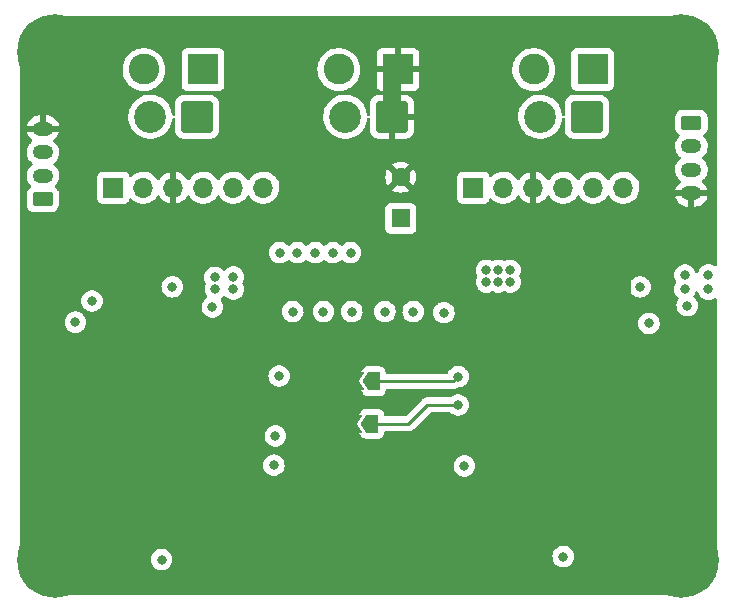
<source format=gbr>
%TF.GenerationSoftware,KiCad,Pcbnew,(6.0.0-rc1-48-g8f87638de5)*%
%TF.CreationDate,2021-11-22T15:04:28-05:00*%
%TF.ProjectId,motor_driver2,6d6f746f-725f-4647-9269-766572322e6b,rev?*%
%TF.SameCoordinates,Original*%
%TF.FileFunction,Copper,L4,Bot*%
%TF.FilePolarity,Positive*%
%FSLAX46Y46*%
G04 Gerber Fmt 4.6, Leading zero omitted, Abs format (unit mm)*
G04 Created by KiCad (PCBNEW (6.0.0-rc1-48-g8f87638de5)) date 2021-11-22 15:04:28*
%MOMM*%
%LPD*%
G01*
G04 APERTURE LIST*
G04 Aperture macros list*
%AMRoundRect*
0 Rectangle with rounded corners*
0 $1 Rounding radius*
0 $2 $3 $4 $5 $6 $7 $8 $9 X,Y pos of 4 corners*
0 Add a 4 corners polygon primitive as box body*
4,1,4,$2,$3,$4,$5,$6,$7,$8,$9,$2,$3,0*
0 Add four circle primitives for the rounded corners*
1,1,$1+$1,$2,$3*
1,1,$1+$1,$4,$5*
1,1,$1+$1,$6,$7*
1,1,$1+$1,$8,$9*
0 Add four rect primitives between the rounded corners*
20,1,$1+$1,$2,$3,$4,$5,0*
20,1,$1+$1,$4,$5,$6,$7,0*
20,1,$1+$1,$6,$7,$8,$9,0*
20,1,$1+$1,$8,$9,$2,$3,0*%
%AMFreePoly0*
4,1,6,1.000000,0.000000,0.500000,-0.750000,-0.500000,-0.750000,-0.500000,0.750000,0.500000,0.750000,1.000000,0.000000,1.000000,0.000000,$1*%
%AMFreePoly1*
4,1,6,0.500000,-0.750000,-0.650000,-0.750000,-0.150000,0.000000,-0.650000,0.750000,0.500000,0.750000,0.500000,-0.750000,0.500000,-0.750000,$1*%
G04 Aperture macros list end*
%TA.AperFunction,ComponentPad*%
%ADD10RoundRect,0.250000X-0.625000X0.350000X-0.625000X-0.350000X0.625000X-0.350000X0.625000X0.350000X0*%
%TD*%
%TA.AperFunction,ComponentPad*%
%ADD11O,1.750000X1.200000*%
%TD*%
%TA.AperFunction,ComponentPad*%
%ADD12C,0.800000*%
%TD*%
%TA.AperFunction,ComponentPad*%
%ADD13C,6.400000*%
%TD*%
%TA.AperFunction,ComponentPad*%
%ADD14RoundRect,0.250001X1.099999X1.099999X-1.099999X1.099999X-1.099999X-1.099999X1.099999X-1.099999X0*%
%TD*%
%TA.AperFunction,ComponentPad*%
%ADD15C,2.700000*%
%TD*%
%TA.AperFunction,ComponentPad*%
%ADD16R,1.700000X1.700000*%
%TD*%
%TA.AperFunction,ComponentPad*%
%ADD17O,1.700000X1.700000*%
%TD*%
%TA.AperFunction,ComponentPad*%
%ADD18R,2.600000X2.600000*%
%TD*%
%TA.AperFunction,ComponentPad*%
%ADD19C,2.600000*%
%TD*%
%TA.AperFunction,SMDPad,CuDef*%
%ADD20R,4.500000X8.100000*%
%TD*%
%TA.AperFunction,ComponentPad*%
%ADD21R,1.600000X1.600000*%
%TD*%
%TA.AperFunction,ComponentPad*%
%ADD22C,1.600000*%
%TD*%
%TA.AperFunction,ComponentPad*%
%ADD23RoundRect,0.250000X0.625000X-0.350000X0.625000X0.350000X-0.625000X0.350000X-0.625000X-0.350000X0*%
%TD*%
%TA.AperFunction,SMDPad,CuDef*%
%ADD24FreePoly0,180.000000*%
%TD*%
%TA.AperFunction,SMDPad,CuDef*%
%ADD25FreePoly1,180.000000*%
%TD*%
%TA.AperFunction,ViaPad*%
%ADD26C,0.800000*%
%TD*%
%TA.AperFunction,Conductor*%
%ADD27C,1.524000*%
%TD*%
%TA.AperFunction,Conductor*%
%ADD28C,0.508000*%
%TD*%
%TA.AperFunction,Conductor*%
%ADD29C,0.250000*%
%TD*%
G04 APERTURE END LIST*
D10*
%TO.P,J9,1,Pin_1*%
%TO.N,/ENC2_B*%
X177350000Y-94500000D03*
D11*
%TO.P,J9,2,Pin_2*%
%TO.N,/ENC2_A*%
X177350000Y-96500000D03*
%TO.P,J9,3,Pin_3*%
%TO.N,+3V3*%
X177350000Y-98500000D03*
%TO.P,J9,4,Pin_4*%
%TO.N,GND*%
X177350000Y-100500000D03*
%TD*%
D12*
%TO.P,REF\u002A\u002A,1*%
%TO.N,GND*%
X178197056Y-133197056D03*
X178197056Y-129802944D03*
X174100000Y-131500000D03*
D13*
X176500000Y-131500000D03*
X176500000Y-131500000D03*
D12*
X174802944Y-133197056D03*
X174802944Y-129802944D03*
X176500000Y-129100000D03*
X176500000Y-133900000D03*
X178900000Y-131500000D03*
%TD*%
D14*
%TO.P,J12,1,Pin_1*%
%TO.N,GND*%
X152000000Y-94000000D03*
D15*
%TO.P,J12,2,Pin_2*%
%TO.N,VBUS*%
X148040000Y-94000000D03*
%TD*%
D13*
%TO.P,REF\u002A\u002A,1*%
%TO.N,GND*%
X176500000Y-88500000D03*
D12*
X174100000Y-88500000D03*
X176500000Y-86100000D03*
X178197056Y-90197056D03*
D13*
X176500000Y-88500000D03*
D12*
X178900000Y-88500000D03*
X178197056Y-86802944D03*
X174802944Y-90197056D03*
X174802944Y-86802944D03*
X176500000Y-90900000D03*
%TD*%
D16*
%TO.P,J4,1,Pin_1*%
%TO.N,/M1B*%
X128410000Y-100000000D03*
D17*
%TO.P,J4,2,Pin_2*%
%TO.N,/ENC1_A*%
X130950000Y-100000000D03*
%TO.P,J4,3,Pin_3*%
%TO.N,GND*%
X133490000Y-100000000D03*
%TO.P,J4,4,Pin_4*%
%TO.N,+3V3*%
X136030000Y-100000000D03*
%TO.P,J4,5,Pin_5*%
%TO.N,/ENC1_B*%
X138570000Y-100000000D03*
%TO.P,J4,6,Pin_6*%
%TO.N,/M1A*%
X141110000Y-100000000D03*
%TD*%
D16*
%TO.P,J5,1,Pin_1*%
%TO.N,/M2B*%
X158890000Y-100000000D03*
D17*
%TO.P,J5,2,Pin_2*%
%TO.N,/ENC2_A*%
X161430000Y-100000000D03*
%TO.P,J5,3,Pin_3*%
%TO.N,GND*%
X163970000Y-100000000D03*
%TO.P,J5,4,Pin_4*%
%TO.N,+3V3*%
X166510000Y-100000000D03*
%TO.P,J5,5,Pin_5*%
%TO.N,/ENC2_B*%
X169050000Y-100000000D03*
%TO.P,J5,6,Pin_6*%
%TO.N,/M2A*%
X171590000Y-100000000D03*
%TD*%
D14*
%TO.P,J11,1,Pin_1*%
%TO.N,/M2A*%
X168500000Y-94000000D03*
D15*
%TO.P,J11,2,Pin_2*%
%TO.N,/M2B*%
X164540000Y-94000000D03*
%TD*%
D13*
%TO.P,REF\u002A\u002A,1*%
%TO.N,GND*%
X123500000Y-131500000D03*
D12*
X121802944Y-133197056D03*
X121802944Y-129802944D03*
X123500000Y-133900000D03*
X125900000Y-131500000D03*
X121100000Y-131500000D03*
X125197056Y-129802944D03*
X123500000Y-129100000D03*
X125197056Y-133197056D03*
D13*
X123500000Y-131500000D03*
%TD*%
D18*
%TO.P,J3,1,Pin_1*%
%TO.N,GND*%
X152500000Y-90000000D03*
D19*
%TO.P,J3,2,Pin_2*%
%TO.N,VBUS*%
X147500000Y-90000000D03*
%TD*%
D12*
%TO.P,U2,13,GND*%
%TO.N,GND*%
X170000000Y-111650000D03*
X168150000Y-108730000D03*
X171850000Y-108730000D03*
X168150000Y-107270000D03*
X170000000Y-105810000D03*
D20*
X170000000Y-108000000D03*
D12*
X171850000Y-110190000D03*
X168150000Y-110190000D03*
X170000000Y-107270000D03*
X168150000Y-111650000D03*
X170000000Y-108730000D03*
X170000000Y-110190000D03*
X171850000Y-104350000D03*
X168150000Y-105810000D03*
X168150000Y-104350000D03*
X171850000Y-105810000D03*
X171850000Y-111650000D03*
X170000000Y-104350000D03*
X171850000Y-107270000D03*
%TD*%
D18*
%TO.P,J2,1,Pin_1*%
%TO.N,/M2A*%
X169000000Y-90000000D03*
D19*
%TO.P,J2,2,Pin_2*%
%TO.N,/M2B*%
X164000000Y-90000000D03*
%TD*%
D14*
%TO.P,J10,1,Pin_1*%
%TO.N,/M1A*%
X135500000Y-94000000D03*
D15*
%TO.P,J10,2,Pin_2*%
%TO.N,/M1B*%
X131540000Y-94000000D03*
%TD*%
D12*
%TO.P,REF\u002A\u002A,1*%
%TO.N,GND*%
X125197056Y-86802944D03*
D13*
X123500000Y-88500000D03*
D12*
X123500000Y-90900000D03*
X121100000Y-88500000D03*
X125900000Y-88500000D03*
X123500000Y-86100000D03*
X121802944Y-86802944D03*
X121802944Y-90197056D03*
X125197056Y-90197056D03*
D13*
X123500000Y-88500000D03*
%TD*%
D18*
%TO.P,J1,1,Pin_1*%
%TO.N,/M1A*%
X136000000Y-90000000D03*
D19*
%TO.P,J1,2,Pin_2*%
%TO.N,/M1B*%
X131000000Y-90000000D03*
%TD*%
D21*
%TO.P,C1,1*%
%TO.N,VCC*%
X152750000Y-102616651D03*
D22*
%TO.P,C1,2*%
%TO.N,GND*%
X152750000Y-99116651D03*
%TD*%
D12*
%TO.P,U1,13,GND*%
%TO.N,GND*%
X128150000Y-105810000D03*
X128150000Y-111650000D03*
X128150000Y-104350000D03*
X131850000Y-107270000D03*
X130000000Y-107270000D03*
X131850000Y-110190000D03*
X131850000Y-111650000D03*
X131850000Y-105810000D03*
X128150000Y-108730000D03*
X130000000Y-110190000D03*
X131850000Y-108730000D03*
X131850000Y-104350000D03*
X128150000Y-110190000D03*
X128150000Y-107270000D03*
X130000000Y-105810000D03*
X130000000Y-108730000D03*
X130000000Y-104350000D03*
D20*
X130000000Y-108000000D03*
D12*
X130000000Y-111650000D03*
%TD*%
D23*
%TO.P,J8,1,Pin_1*%
%TO.N,/ENC1_B*%
X122450000Y-101000000D03*
D11*
%TO.P,J8,2,Pin_2*%
%TO.N,/ENC1_A*%
X122450000Y-99000000D03*
%TO.P,J8,3,Pin_3*%
%TO.N,+3V3*%
X122450000Y-97000000D03*
%TO.P,J8,4,Pin_4*%
%TO.N,GND*%
X122450000Y-95000000D03*
%TD*%
D24*
%TO.P,JP1,1,A*%
%TO.N,Net-(JP1-Pad1)*%
X150450000Y-116400000D03*
D25*
%TO.P,JP1,2,B*%
%TO.N,GND*%
X149000000Y-116400000D03*
%TD*%
D24*
%TO.P,JP2,1,A*%
%TO.N,Net-(JP2-Pad1)*%
X150325000Y-120000000D03*
D25*
%TO.P,JP2,2,B*%
%TO.N,GND*%
X148875000Y-120000000D03*
%TD*%
D26*
%TO.N,GND*%
X150000000Y-132000000D03*
X150000000Y-133500000D03*
X162500000Y-117000000D03*
X142126000Y-126110000D03*
X177000000Y-111600000D03*
X162500000Y-115500000D03*
X163500000Y-117000000D03*
X150000000Y-130500000D03*
X163500000Y-115500000D03*
X138600000Y-113400000D03*
%TO.N,VCC*%
X160000000Y-108000000D03*
X145500000Y-105500000D03*
X147000000Y-105500000D03*
X162000000Y-108000000D03*
X142500000Y-105500000D03*
X148500000Y-105500000D03*
X178800000Y-107400000D03*
X137000000Y-107600000D03*
X178800000Y-108600000D03*
X162000000Y-107000000D03*
X161000000Y-108000000D03*
X137046000Y-108584000D03*
X161000000Y-107000000D03*
X176800000Y-107400000D03*
X138570000Y-108584000D03*
X176800000Y-108600000D03*
X138570000Y-107568000D03*
X160000000Y-107000000D03*
X144000000Y-105500000D03*
%TO.N,+3V3*%
X136792000Y-110108000D03*
X142000000Y-123500000D03*
X177000000Y-110000000D03*
X166500000Y-131250000D03*
X132500000Y-131500000D03*
%TO.N,/M1_PWM*%
X125200000Y-111400000D03*
X142126000Y-121030000D03*
%TO.N,/M2_DIR*%
X173750000Y-111500000D03*
X158128000Y-123570000D03*
%TO.N,/ENC1_A*%
X146200000Y-110500000D03*
%TO.N,/ENC1_B*%
X148600000Y-110500000D03*
%TO.N,/ENC2_B*%
X153800000Y-110500000D03*
%TO.N,/ENC2_A*%
X151400000Y-110500000D03*
%TO.N,/M1_FLAG*%
X143600000Y-110500000D03*
X133400000Y-108400000D03*
%TO.N,/M2_FLAG*%
X173000000Y-108400000D03*
X156400000Y-110600000D03*
%TO.N,/ENABLE*%
X142450000Y-115950000D03*
X126600000Y-109600000D03*
%TO.N,Net-(JP1-Pad1)*%
X157600000Y-116000000D03*
%TO.N,Net-(JP2-Pad1)*%
X157600000Y-118400000D03*
%TD*%
D27*
%TO.N,GND*%
X152000000Y-90500000D02*
X152500000Y-90000000D01*
X152000000Y-94000000D02*
X152000000Y-90500000D01*
D28*
X152250000Y-90250000D02*
X152250000Y-90500000D01*
X152500000Y-90000000D02*
X152250000Y-90250000D01*
D29*
%TO.N,Net-(JP1-Pad1)*%
X157200000Y-116400000D02*
X157600000Y-116000000D01*
X150450000Y-116400000D02*
X157200000Y-116400000D01*
%TO.N,Net-(JP2-Pad1)*%
X153400000Y-120000000D02*
X155000000Y-118400000D01*
X155000000Y-118400000D02*
X157600000Y-118400000D01*
X150325000Y-120000000D02*
X153400000Y-120000000D01*
%TD*%
%TA.AperFunction,Conductor*%
%TO.N,GND*%
G36*
X176470057Y-85509500D02*
G01*
X176484858Y-85511805D01*
X176484861Y-85511805D01*
X176493730Y-85513186D01*
X176502631Y-85512022D01*
X176502635Y-85512022D01*
X176512411Y-85510743D01*
X176535343Y-85509852D01*
X176806149Y-85524044D01*
X176819265Y-85525422D01*
X177115550Y-85572349D01*
X177128450Y-85575091D01*
X177418205Y-85652731D01*
X177430742Y-85656805D01*
X177678762Y-85752011D01*
X177710787Y-85764304D01*
X177722835Y-85769668D01*
X177990117Y-85905855D01*
X178001538Y-85912449D01*
X178253121Y-86075828D01*
X178263791Y-86083581D01*
X178496908Y-86272355D01*
X178506709Y-86281180D01*
X178718820Y-86493291D01*
X178727645Y-86503092D01*
X178916419Y-86736209D01*
X178924172Y-86746879D01*
X179087551Y-86998462D01*
X179094145Y-87009883D01*
X179230332Y-87277165D01*
X179235696Y-87289213D01*
X179343193Y-87569251D01*
X179347269Y-87581795D01*
X179424909Y-87871550D01*
X179427651Y-87884450D01*
X179474578Y-88180735D01*
X179475956Y-88193851D01*
X179489553Y-88453295D01*
X179489764Y-88457330D01*
X179488436Y-88483312D01*
X179488195Y-88484856D01*
X179488195Y-88484860D01*
X179486814Y-88493730D01*
X179487978Y-88502632D01*
X179487978Y-88502635D01*
X179490936Y-88525251D01*
X179492000Y-88541589D01*
X179492000Y-106532511D01*
X179471998Y-106600632D01*
X179418342Y-106647125D01*
X179348068Y-106657229D01*
X179291939Y-106634447D01*
X179262094Y-106612763D01*
X179262093Y-106612762D01*
X179256752Y-106608882D01*
X179250724Y-106606198D01*
X179250722Y-106606197D01*
X179088319Y-106533891D01*
X179088318Y-106533891D01*
X179082288Y-106531206D01*
X178988887Y-106511353D01*
X178901944Y-106492872D01*
X178901939Y-106492872D01*
X178895487Y-106491500D01*
X178704513Y-106491500D01*
X178698061Y-106492872D01*
X178698056Y-106492872D01*
X178611113Y-106511353D01*
X178517712Y-106531206D01*
X178511682Y-106533891D01*
X178511681Y-106533891D01*
X178349278Y-106606197D01*
X178349276Y-106606198D01*
X178343248Y-106608882D01*
X178188747Y-106721134D01*
X178184326Y-106726044D01*
X178184325Y-106726045D01*
X178102758Y-106816635D01*
X178060960Y-106863056D01*
X178027429Y-106921134D01*
X177985298Y-106994107D01*
X177965473Y-107028444D01*
X177962767Y-107036774D01*
X177919833Y-107168909D01*
X177879759Y-107227514D01*
X177814363Y-107255151D01*
X177744406Y-107243044D01*
X177692100Y-107195038D01*
X177680167Y-107168909D01*
X177637234Y-107036774D01*
X177634527Y-107028444D01*
X177614703Y-106994107D01*
X177572571Y-106921134D01*
X177539040Y-106863056D01*
X177497243Y-106816635D01*
X177415675Y-106726045D01*
X177415674Y-106726044D01*
X177411253Y-106721134D01*
X177256752Y-106608882D01*
X177250724Y-106606198D01*
X177250722Y-106606197D01*
X177088319Y-106533891D01*
X177088318Y-106533891D01*
X177082288Y-106531206D01*
X176988887Y-106511353D01*
X176901944Y-106492872D01*
X176901939Y-106492872D01*
X176895487Y-106491500D01*
X176704513Y-106491500D01*
X176698061Y-106492872D01*
X176698056Y-106492872D01*
X176611113Y-106511353D01*
X176517712Y-106531206D01*
X176511682Y-106533891D01*
X176511681Y-106533891D01*
X176349278Y-106606197D01*
X176349276Y-106606198D01*
X176343248Y-106608882D01*
X176188747Y-106721134D01*
X176184326Y-106726044D01*
X176184325Y-106726045D01*
X176102758Y-106816635D01*
X176060960Y-106863056D01*
X176027429Y-106921134D01*
X175985298Y-106994107D01*
X175965473Y-107028444D01*
X175906458Y-107210072D01*
X175905768Y-107216633D01*
X175905768Y-107216635D01*
X175901720Y-107255151D01*
X175886496Y-107400000D01*
X175887186Y-107406565D01*
X175902993Y-107556956D01*
X175906458Y-107589928D01*
X175965473Y-107771556D01*
X175968776Y-107777278D01*
X175968777Y-107777279D01*
X176060960Y-107936944D01*
X176058223Y-107938524D01*
X176077649Y-107992347D01*
X176061822Y-108061557D01*
X176060886Y-108063013D01*
X176060960Y-108063056D01*
X175971087Y-108218721D01*
X175965473Y-108228444D01*
X175906458Y-108410072D01*
X175905768Y-108416633D01*
X175905768Y-108416635D01*
X175888868Y-108577435D01*
X175886496Y-108600000D01*
X175887186Y-108606565D01*
X175905129Y-108777279D01*
X175906458Y-108789928D01*
X175965473Y-108971556D01*
X176060960Y-109136944D01*
X176065378Y-109141851D01*
X176065379Y-109141852D01*
X176177837Y-109266749D01*
X176188747Y-109278866D01*
X176222754Y-109303574D01*
X176266107Y-109359794D01*
X176272184Y-109430530D01*
X176257813Y-109468508D01*
X176235515Y-109507128D01*
X176186011Y-109592872D01*
X176165473Y-109628444D01*
X176106458Y-109810072D01*
X176086496Y-110000000D01*
X176087186Y-110006565D01*
X176092608Y-110058148D01*
X176106458Y-110189928D01*
X176165473Y-110371556D01*
X176260960Y-110536944D01*
X176265378Y-110541851D01*
X176265379Y-110541852D01*
X176362623Y-110649852D01*
X176388747Y-110678866D01*
X176435402Y-110712763D01*
X176537396Y-110786866D01*
X176543248Y-110791118D01*
X176549276Y-110793802D01*
X176549278Y-110793803D01*
X176704824Y-110863056D01*
X176717712Y-110868794D01*
X176811113Y-110888647D01*
X176898056Y-110907128D01*
X176898061Y-110907128D01*
X176904513Y-110908500D01*
X177095487Y-110908500D01*
X177101939Y-110907128D01*
X177101944Y-110907128D01*
X177188887Y-110888647D01*
X177282288Y-110868794D01*
X177295176Y-110863056D01*
X177450722Y-110793803D01*
X177450724Y-110793802D01*
X177456752Y-110791118D01*
X177462605Y-110786866D01*
X177564598Y-110712763D01*
X177611253Y-110678866D01*
X177637377Y-110649852D01*
X177734621Y-110541852D01*
X177734622Y-110541851D01*
X177739040Y-110536944D01*
X177834527Y-110371556D01*
X177893542Y-110189928D01*
X177907393Y-110058148D01*
X177912814Y-110006565D01*
X177913504Y-110000000D01*
X177893542Y-109810072D01*
X177834527Y-109628444D01*
X177813990Y-109592872D01*
X177764485Y-109507128D01*
X177739040Y-109463056D01*
X177731036Y-109454166D01*
X177615675Y-109326045D01*
X177615674Y-109326044D01*
X177611253Y-109321134D01*
X177577246Y-109296426D01*
X177533893Y-109240206D01*
X177527816Y-109169470D01*
X177542188Y-109131491D01*
X177548278Y-109120944D01*
X177634527Y-108971556D01*
X177680167Y-108831090D01*
X177720241Y-108772486D01*
X177785637Y-108744849D01*
X177855594Y-108756956D01*
X177907900Y-108804962D01*
X177919832Y-108831089D01*
X177965473Y-108971556D01*
X178060960Y-109136944D01*
X178065378Y-109141851D01*
X178065379Y-109141852D01*
X178177837Y-109266749D01*
X178188747Y-109278866D01*
X178241582Y-109317253D01*
X178332660Y-109383425D01*
X178343248Y-109391118D01*
X178349276Y-109393802D01*
X178349278Y-109393803D01*
X178504824Y-109463056D01*
X178517712Y-109468794D01*
X178611113Y-109488647D01*
X178698056Y-109507128D01*
X178698061Y-109507128D01*
X178704513Y-109508500D01*
X178895487Y-109508500D01*
X178901939Y-109507128D01*
X178901944Y-109507128D01*
X178988887Y-109488647D01*
X179082288Y-109468794D01*
X179095176Y-109463056D01*
X179250722Y-109393803D01*
X179250724Y-109393802D01*
X179256752Y-109391118D01*
X179267341Y-109383425D01*
X179291939Y-109365553D01*
X179358806Y-109341695D01*
X179427958Y-109357775D01*
X179477438Y-109408689D01*
X179492000Y-109467489D01*
X179492000Y-131450672D01*
X179490500Y-131470056D01*
X179486814Y-131493730D01*
X179487978Y-131502631D01*
X179487978Y-131502635D01*
X179489257Y-131512411D01*
X179490148Y-131535343D01*
X179475956Y-131806148D01*
X179474578Y-131819265D01*
X179427651Y-132115550D01*
X179424909Y-132128450D01*
X179347269Y-132418205D01*
X179343193Y-132430749D01*
X179235696Y-132710787D01*
X179230332Y-132722835D01*
X179094145Y-132990117D01*
X179087551Y-133001538D01*
X178924172Y-133253121D01*
X178916419Y-133263791D01*
X178727645Y-133496908D01*
X178718820Y-133506709D01*
X178506709Y-133718820D01*
X178496908Y-133727645D01*
X178263791Y-133916419D01*
X178253121Y-133924172D01*
X178001538Y-134087551D01*
X177990117Y-134094145D01*
X177722835Y-134230332D01*
X177710786Y-134235696D01*
X177430742Y-134343195D01*
X177418205Y-134347269D01*
X177128450Y-134424909D01*
X177115550Y-134427651D01*
X176819265Y-134474578D01*
X176806149Y-134475956D01*
X176542666Y-134489764D01*
X176516688Y-134488436D01*
X176515144Y-134488195D01*
X176515140Y-134488195D01*
X176506270Y-134486814D01*
X176497368Y-134487978D01*
X176497365Y-134487978D01*
X176474749Y-134490936D01*
X176458411Y-134492000D01*
X123549328Y-134492000D01*
X123529943Y-134490500D01*
X123515142Y-134488195D01*
X123515139Y-134488195D01*
X123506270Y-134486814D01*
X123497369Y-134487978D01*
X123497365Y-134487978D01*
X123487589Y-134489257D01*
X123464657Y-134490148D01*
X123193851Y-134475956D01*
X123180735Y-134474578D01*
X122884450Y-134427651D01*
X122871550Y-134424909D01*
X122581795Y-134347269D01*
X122569258Y-134343195D01*
X122289214Y-134235696D01*
X122277165Y-134230332D01*
X122009883Y-134094145D01*
X121998462Y-134087551D01*
X121746879Y-133924172D01*
X121736209Y-133916419D01*
X121503092Y-133727645D01*
X121493291Y-133718820D01*
X121281180Y-133506709D01*
X121272355Y-133496908D01*
X121083581Y-133263791D01*
X121075828Y-133253121D01*
X120912449Y-133001538D01*
X120905855Y-132990117D01*
X120769668Y-132722835D01*
X120764304Y-132710787D01*
X120656807Y-132430749D01*
X120652731Y-132418205D01*
X120575091Y-132128450D01*
X120572349Y-132115550D01*
X120525422Y-131819265D01*
X120524044Y-131806148D01*
X120522738Y-131781226D01*
X120510236Y-131542666D01*
X120511564Y-131516688D01*
X120511805Y-131515144D01*
X120511805Y-131515140D01*
X120513186Y-131506270D01*
X120512366Y-131500000D01*
X131586496Y-131500000D01*
X131606458Y-131689928D01*
X131665473Y-131871556D01*
X131760960Y-132036944D01*
X131765378Y-132041851D01*
X131765379Y-132041852D01*
X131843352Y-132128450D01*
X131888747Y-132178866D01*
X132043248Y-132291118D01*
X132049276Y-132293802D01*
X132049278Y-132293803D01*
X132211681Y-132366109D01*
X132217712Y-132368794D01*
X132311113Y-132388647D01*
X132398056Y-132407128D01*
X132398061Y-132407128D01*
X132404513Y-132408500D01*
X132595487Y-132408500D01*
X132601939Y-132407128D01*
X132601944Y-132407128D01*
X132688887Y-132388647D01*
X132782288Y-132368794D01*
X132788319Y-132366109D01*
X132950722Y-132293803D01*
X132950724Y-132293802D01*
X132956752Y-132291118D01*
X133111253Y-132178866D01*
X133156648Y-132128450D01*
X133234621Y-132041852D01*
X133234622Y-132041851D01*
X133239040Y-132036944D01*
X133334527Y-131871556D01*
X133393542Y-131689928D01*
X133413504Y-131500000D01*
X133409018Y-131457319D01*
X133394232Y-131316635D01*
X133394232Y-131316633D01*
X133393542Y-131310072D01*
X133374023Y-131250000D01*
X165586496Y-131250000D01*
X165587186Y-131256565D01*
X165593500Y-131316635D01*
X165606458Y-131439928D01*
X165665473Y-131621556D01*
X165760960Y-131786944D01*
X165888747Y-131928866D01*
X166043248Y-132041118D01*
X166049276Y-132043802D01*
X166049278Y-132043803D01*
X166211681Y-132116109D01*
X166217712Y-132118794D01*
X166311113Y-132138647D01*
X166398056Y-132157128D01*
X166398061Y-132157128D01*
X166404513Y-132158500D01*
X166595487Y-132158500D01*
X166601939Y-132157128D01*
X166601944Y-132157128D01*
X166688887Y-132138647D01*
X166782288Y-132118794D01*
X166788319Y-132116109D01*
X166950722Y-132043803D01*
X166950724Y-132043802D01*
X166956752Y-132041118D01*
X167111253Y-131928866D01*
X167239040Y-131786944D01*
X167334527Y-131621556D01*
X167393542Y-131439928D01*
X167406501Y-131316635D01*
X167412814Y-131256565D01*
X167413504Y-131250000D01*
X167393542Y-131060072D01*
X167334527Y-130878444D01*
X167239040Y-130713056D01*
X167111253Y-130571134D01*
X166956752Y-130458882D01*
X166950724Y-130456198D01*
X166950722Y-130456197D01*
X166788319Y-130383891D01*
X166788318Y-130383891D01*
X166782288Y-130381206D01*
X166688887Y-130361353D01*
X166601944Y-130342872D01*
X166601939Y-130342872D01*
X166595487Y-130341500D01*
X166404513Y-130341500D01*
X166398061Y-130342872D01*
X166398056Y-130342872D01*
X166311113Y-130361353D01*
X166217712Y-130381206D01*
X166211682Y-130383891D01*
X166211681Y-130383891D01*
X166049278Y-130456197D01*
X166049276Y-130456198D01*
X166043248Y-130458882D01*
X165888747Y-130571134D01*
X165760960Y-130713056D01*
X165665473Y-130878444D01*
X165606458Y-131060072D01*
X165586496Y-131250000D01*
X133374023Y-131250000D01*
X133334527Y-131128444D01*
X133239040Y-130963056D01*
X133111253Y-130821134D01*
X132956752Y-130708882D01*
X132950724Y-130706198D01*
X132950722Y-130706197D01*
X132788319Y-130633891D01*
X132788318Y-130633891D01*
X132782288Y-130631206D01*
X132688887Y-130611353D01*
X132601944Y-130592872D01*
X132601939Y-130592872D01*
X132595487Y-130591500D01*
X132404513Y-130591500D01*
X132398061Y-130592872D01*
X132398056Y-130592872D01*
X132311113Y-130611353D01*
X132217712Y-130631206D01*
X132211682Y-130633891D01*
X132211681Y-130633891D01*
X132049278Y-130706197D01*
X132049276Y-130706198D01*
X132043248Y-130708882D01*
X131888747Y-130821134D01*
X131760960Y-130963056D01*
X131665473Y-131128444D01*
X131606458Y-131310072D01*
X131605768Y-131316633D01*
X131605768Y-131316635D01*
X131590982Y-131457319D01*
X131586496Y-131500000D01*
X120512366Y-131500000D01*
X120511547Y-131493730D01*
X120509064Y-131474749D01*
X120508000Y-131458411D01*
X120508000Y-123500000D01*
X141086496Y-123500000D01*
X141106458Y-123689928D01*
X141165473Y-123871556D01*
X141260960Y-124036944D01*
X141388747Y-124178866D01*
X141543248Y-124291118D01*
X141549276Y-124293802D01*
X141549278Y-124293803D01*
X141691754Y-124357237D01*
X141717712Y-124368794D01*
X141811113Y-124388647D01*
X141898056Y-124407128D01*
X141898061Y-124407128D01*
X141904513Y-124408500D01*
X142095487Y-124408500D01*
X142101939Y-124407128D01*
X142101944Y-124407128D01*
X142188887Y-124388647D01*
X142282288Y-124368794D01*
X142308246Y-124357237D01*
X142450722Y-124293803D01*
X142450724Y-124293802D01*
X142456752Y-124291118D01*
X142611253Y-124178866D01*
X142739040Y-124036944D01*
X142834527Y-123871556D01*
X142893542Y-123689928D01*
X142906147Y-123570000D01*
X157214496Y-123570000D01*
X157215186Y-123576565D01*
X157227761Y-123696206D01*
X157234458Y-123759928D01*
X157293473Y-123941556D01*
X157388960Y-124106944D01*
X157516747Y-124248866D01*
X157671248Y-124361118D01*
X157677276Y-124363802D01*
X157677278Y-124363803D01*
X157777670Y-124408500D01*
X157845712Y-124438794D01*
X157939113Y-124458647D01*
X158026056Y-124477128D01*
X158026061Y-124477128D01*
X158032513Y-124478500D01*
X158223487Y-124478500D01*
X158229939Y-124477128D01*
X158229944Y-124477128D01*
X158316887Y-124458647D01*
X158410288Y-124438794D01*
X158478330Y-124408500D01*
X158578722Y-124363803D01*
X158578724Y-124363802D01*
X158584752Y-124361118D01*
X158739253Y-124248866D01*
X158867040Y-124106944D01*
X158962527Y-123941556D01*
X159021542Y-123759928D01*
X159028240Y-123696206D01*
X159040814Y-123576565D01*
X159041504Y-123570000D01*
X159021542Y-123380072D01*
X158962527Y-123198444D01*
X158867040Y-123033056D01*
X158739253Y-122891134D01*
X158584752Y-122778882D01*
X158578724Y-122776198D01*
X158578722Y-122776197D01*
X158416319Y-122703891D01*
X158416318Y-122703891D01*
X158410288Y-122701206D01*
X158316887Y-122681353D01*
X158229944Y-122662872D01*
X158229939Y-122662872D01*
X158223487Y-122661500D01*
X158032513Y-122661500D01*
X158026061Y-122662872D01*
X158026056Y-122662872D01*
X157939113Y-122681353D01*
X157845712Y-122701206D01*
X157839682Y-122703891D01*
X157839681Y-122703891D01*
X157677278Y-122776197D01*
X157677276Y-122776198D01*
X157671248Y-122778882D01*
X157516747Y-122891134D01*
X157388960Y-123033056D01*
X157293473Y-123198444D01*
X157234458Y-123380072D01*
X157214496Y-123570000D01*
X142906147Y-123570000D01*
X142913504Y-123500000D01*
X142900899Y-123380072D01*
X142894232Y-123316635D01*
X142894232Y-123316633D01*
X142893542Y-123310072D01*
X142834527Y-123128444D01*
X142739040Y-122963056D01*
X142611253Y-122821134D01*
X142456752Y-122708882D01*
X142450724Y-122706198D01*
X142450722Y-122706197D01*
X142288319Y-122633891D01*
X142288318Y-122633891D01*
X142282288Y-122631206D01*
X142188888Y-122611353D01*
X142101944Y-122592872D01*
X142101939Y-122592872D01*
X142095487Y-122591500D01*
X141904513Y-122591500D01*
X141898061Y-122592872D01*
X141898056Y-122592872D01*
X141811112Y-122611353D01*
X141717712Y-122631206D01*
X141711682Y-122633891D01*
X141711681Y-122633891D01*
X141549278Y-122706197D01*
X141549276Y-122706198D01*
X141543248Y-122708882D01*
X141388747Y-122821134D01*
X141260960Y-122963056D01*
X141165473Y-123128444D01*
X141106458Y-123310072D01*
X141105768Y-123316633D01*
X141105768Y-123316635D01*
X141099101Y-123380072D01*
X141086496Y-123500000D01*
X120508000Y-123500000D01*
X120508000Y-121030000D01*
X141212496Y-121030000D01*
X141213186Y-121036565D01*
X141228884Y-121185920D01*
X141232458Y-121219928D01*
X141291473Y-121401556D01*
X141386960Y-121566944D01*
X141514747Y-121708866D01*
X141669248Y-121821118D01*
X141675276Y-121823802D01*
X141675278Y-121823803D01*
X141837681Y-121896109D01*
X141843712Y-121898794D01*
X141937112Y-121918647D01*
X142024056Y-121937128D01*
X142024061Y-121937128D01*
X142030513Y-121938500D01*
X142221487Y-121938500D01*
X142227939Y-121937128D01*
X142227944Y-121937128D01*
X142314888Y-121918647D01*
X142408288Y-121898794D01*
X142414319Y-121896109D01*
X142576722Y-121823803D01*
X142576724Y-121823802D01*
X142582752Y-121821118D01*
X142737253Y-121708866D01*
X142865040Y-121566944D01*
X142960527Y-121401556D01*
X143019542Y-121219928D01*
X143023117Y-121185920D01*
X143038814Y-121036565D01*
X143039504Y-121030000D01*
X143019542Y-120840072D01*
X142960527Y-120658444D01*
X142865040Y-120493056D01*
X142834706Y-120459366D01*
X142741675Y-120356045D01*
X142741674Y-120356044D01*
X142737253Y-120351134D01*
X142582752Y-120238882D01*
X142576724Y-120236198D01*
X142576722Y-120236197D01*
X142414319Y-120163891D01*
X142414318Y-120163891D01*
X142408288Y-120161206D01*
X142314887Y-120141353D01*
X142227944Y-120122872D01*
X142227939Y-120122872D01*
X142221487Y-120121500D01*
X142030513Y-120121500D01*
X142024061Y-120122872D01*
X142024056Y-120122872D01*
X141937113Y-120141353D01*
X141843712Y-120161206D01*
X141837682Y-120163891D01*
X141837681Y-120163891D01*
X141675278Y-120236197D01*
X141675276Y-120236198D01*
X141669248Y-120238882D01*
X141514747Y-120351134D01*
X141510326Y-120356044D01*
X141510325Y-120356045D01*
X141417295Y-120459366D01*
X141386960Y-120493056D01*
X141291473Y-120658444D01*
X141232458Y-120840072D01*
X141212496Y-121030000D01*
X120508000Y-121030000D01*
X120508000Y-120008632D01*
X148811344Y-120008632D01*
X148834582Y-120152996D01*
X148897552Y-120284966D01*
X149397552Y-121034966D01*
X149436750Y-121086421D01*
X149441656Y-121090672D01*
X149540445Y-121176274D01*
X149540448Y-121176276D01*
X149547257Y-121182176D01*
X149680266Y-121242919D01*
X149825000Y-121263729D01*
X150825000Y-121263729D01*
X150856986Y-121261441D01*
X150891373Y-121258982D01*
X150891374Y-121258982D01*
X150898111Y-121258500D01*
X151008094Y-121226206D01*
X151029765Y-121219843D01*
X151029767Y-121219842D01*
X151038411Y-121217304D01*
X151102255Y-121176274D01*
X151153841Y-121143122D01*
X151153844Y-121143120D01*
X151161421Y-121138250D01*
X151249551Y-121036543D01*
X151251274Y-121034555D01*
X151251276Y-121034552D01*
X151257176Y-121027743D01*
X151317919Y-120894734D01*
X151324835Y-120846635D01*
X151338088Y-120754461D01*
X151338088Y-120754455D01*
X151338729Y-120750000D01*
X151338729Y-120749549D01*
X151363180Y-120683992D01*
X151420016Y-120641445D01*
X151464049Y-120633500D01*
X153321233Y-120633500D01*
X153332416Y-120634027D01*
X153339909Y-120635702D01*
X153347835Y-120635453D01*
X153347836Y-120635453D01*
X153407986Y-120633562D01*
X153411945Y-120633500D01*
X153439856Y-120633500D01*
X153443791Y-120633003D01*
X153443856Y-120632995D01*
X153455693Y-120632062D01*
X153487951Y-120631048D01*
X153491970Y-120630922D01*
X153499889Y-120630673D01*
X153519343Y-120625021D01*
X153538700Y-120621013D01*
X153550930Y-120619468D01*
X153550931Y-120619468D01*
X153558797Y-120618474D01*
X153566168Y-120615555D01*
X153566170Y-120615555D01*
X153599912Y-120602196D01*
X153611142Y-120598351D01*
X153645983Y-120588229D01*
X153645984Y-120588229D01*
X153653593Y-120586018D01*
X153660412Y-120581985D01*
X153660417Y-120581983D01*
X153671028Y-120575707D01*
X153688776Y-120567012D01*
X153707617Y-120559552D01*
X153743387Y-120533564D01*
X153753307Y-120527048D01*
X153784535Y-120508580D01*
X153784538Y-120508578D01*
X153791362Y-120504542D01*
X153805683Y-120490221D01*
X153820717Y-120477380D01*
X153830694Y-120470131D01*
X153837107Y-120465472D01*
X153865298Y-120431395D01*
X153873288Y-120422616D01*
X155225499Y-119070405D01*
X155287811Y-119036379D01*
X155314594Y-119033500D01*
X156891800Y-119033500D01*
X156959921Y-119053502D01*
X156979147Y-119069843D01*
X156979420Y-119069540D01*
X156984332Y-119073963D01*
X156988747Y-119078866D01*
X157010329Y-119094546D01*
X157123664Y-119176889D01*
X157143248Y-119191118D01*
X157149276Y-119193802D01*
X157149278Y-119193803D01*
X157311681Y-119266109D01*
X157317712Y-119268794D01*
X157411113Y-119288647D01*
X157498056Y-119307128D01*
X157498061Y-119307128D01*
X157504513Y-119308500D01*
X157695487Y-119308500D01*
X157701939Y-119307128D01*
X157701944Y-119307128D01*
X157788887Y-119288647D01*
X157882288Y-119268794D01*
X157888319Y-119266109D01*
X158050722Y-119193803D01*
X158050724Y-119193802D01*
X158056752Y-119191118D01*
X158076337Y-119176889D01*
X158112157Y-119150864D01*
X158211253Y-119078866D01*
X158234091Y-119053502D01*
X158334621Y-118941852D01*
X158334622Y-118941851D01*
X158339040Y-118936944D01*
X158434527Y-118771556D01*
X158493542Y-118589928D01*
X158513504Y-118400000D01*
X158493542Y-118210072D01*
X158434527Y-118028444D01*
X158339040Y-117863056D01*
X158322882Y-117845110D01*
X158215675Y-117726045D01*
X158215674Y-117726044D01*
X158211253Y-117721134D01*
X158098447Y-117639175D01*
X158062094Y-117612763D01*
X158062093Y-117612762D01*
X158056752Y-117608882D01*
X158050724Y-117606198D01*
X158050722Y-117606197D01*
X157888319Y-117533891D01*
X157888318Y-117533891D01*
X157882288Y-117531206D01*
X157788887Y-117511353D01*
X157701944Y-117492872D01*
X157701939Y-117492872D01*
X157695487Y-117491500D01*
X157504513Y-117491500D01*
X157498061Y-117492872D01*
X157498056Y-117492872D01*
X157411113Y-117511353D01*
X157317712Y-117531206D01*
X157311682Y-117533891D01*
X157311681Y-117533891D01*
X157149278Y-117606197D01*
X157149276Y-117606198D01*
X157143248Y-117608882D01*
X157137907Y-117612762D01*
X157137906Y-117612763D01*
X157067979Y-117663568D01*
X156988747Y-117721134D01*
X156984332Y-117726037D01*
X156979420Y-117730460D01*
X156978295Y-117729211D01*
X156924986Y-117762051D01*
X156891800Y-117766500D01*
X155078768Y-117766500D01*
X155067585Y-117765973D01*
X155060092Y-117764298D01*
X155052166Y-117764547D01*
X155052165Y-117764547D01*
X154992002Y-117766438D01*
X154988044Y-117766500D01*
X154960144Y-117766500D01*
X154956154Y-117767004D01*
X154944320Y-117767936D01*
X154900111Y-117769326D01*
X154892497Y-117771538D01*
X154892492Y-117771539D01*
X154880659Y-117774977D01*
X154861296Y-117778988D01*
X154841203Y-117781526D01*
X154833836Y-117784443D01*
X154833831Y-117784444D01*
X154800092Y-117797802D01*
X154788865Y-117801646D01*
X154746407Y-117813982D01*
X154739581Y-117818019D01*
X154728972Y-117824293D01*
X154711224Y-117832988D01*
X154692383Y-117840448D01*
X154685967Y-117845110D01*
X154685966Y-117845110D01*
X154656613Y-117866436D01*
X154646693Y-117872952D01*
X154615465Y-117891420D01*
X154615462Y-117891422D01*
X154608638Y-117895458D01*
X154594317Y-117909779D01*
X154579284Y-117922619D01*
X154562893Y-117934528D01*
X154557842Y-117940634D01*
X154534702Y-117968605D01*
X154526712Y-117977384D01*
X153174500Y-119329595D01*
X153112188Y-119363621D01*
X153085405Y-119366500D01*
X151464371Y-119366500D01*
X151396250Y-119346498D01*
X151349757Y-119292842D01*
X151338692Y-119249488D01*
X151333982Y-119183628D01*
X151333500Y-119176889D01*
X151292304Y-119036589D01*
X151246318Y-118965034D01*
X151218122Y-118921159D01*
X151218120Y-118921156D01*
X151213250Y-118913579D01*
X151206440Y-118907678D01*
X151109555Y-118823726D01*
X151109552Y-118823724D01*
X151102743Y-118817824D01*
X150969734Y-118757081D01*
X150825000Y-118736271D01*
X149825000Y-118736271D01*
X149823036Y-118736395D01*
X149823032Y-118736395D01*
X149766920Y-118739934D01*
X149766916Y-118739935D01*
X149760443Y-118740343D01*
X149619472Y-118779176D01*
X149611812Y-118783919D01*
X149611809Y-118783920D01*
X149502813Y-118851406D01*
X149502811Y-118851407D01*
X149495150Y-118856151D01*
X149397552Y-118965034D01*
X148897552Y-119715034D01*
X148888218Y-119729558D01*
X148829718Y-119863569D01*
X148811344Y-120008632D01*
X120508000Y-120008632D01*
X120508000Y-115950000D01*
X141536496Y-115950000D01*
X141537186Y-115956565D01*
X141553890Y-116115491D01*
X141556458Y-116139928D01*
X141615473Y-116321556D01*
X141710960Y-116486944D01*
X141715378Y-116491851D01*
X141715379Y-116491852D01*
X141755980Y-116536944D01*
X141838747Y-116628866D01*
X141993248Y-116741118D01*
X141999276Y-116743802D01*
X141999278Y-116743803D01*
X142096833Y-116787237D01*
X142167712Y-116818794D01*
X142261112Y-116838647D01*
X142348056Y-116857128D01*
X142348061Y-116857128D01*
X142354513Y-116858500D01*
X142545487Y-116858500D01*
X142551939Y-116857128D01*
X142551944Y-116857128D01*
X142638888Y-116838647D01*
X142732288Y-116818794D01*
X142803167Y-116787237D01*
X142900722Y-116743803D01*
X142900724Y-116743802D01*
X142906752Y-116741118D01*
X143061253Y-116628866D01*
X143144020Y-116536944D01*
X143184621Y-116491852D01*
X143184622Y-116491851D01*
X143189040Y-116486944D01*
X143234254Y-116408632D01*
X148936344Y-116408632D01*
X148959582Y-116552996D01*
X149022552Y-116684966D01*
X149522552Y-117434966D01*
X149561750Y-117486421D01*
X149569195Y-117492872D01*
X149665445Y-117576274D01*
X149665448Y-117576276D01*
X149672257Y-117582176D01*
X149805266Y-117642919D01*
X149950000Y-117663729D01*
X150950000Y-117663729D01*
X150981986Y-117661441D01*
X151016373Y-117658982D01*
X151016374Y-117658982D01*
X151023111Y-117658500D01*
X151102618Y-117635155D01*
X151154765Y-117619843D01*
X151154767Y-117619842D01*
X151163411Y-117617304D01*
X151227255Y-117576274D01*
X151278841Y-117543122D01*
X151278844Y-117543120D01*
X151286421Y-117538250D01*
X151293714Y-117529834D01*
X151376274Y-117434555D01*
X151376276Y-117434552D01*
X151382176Y-117427743D01*
X151442919Y-117294734D01*
X151463729Y-117150000D01*
X151463729Y-117149549D01*
X151488180Y-117083992D01*
X151545016Y-117041445D01*
X151589049Y-117033500D01*
X157121233Y-117033500D01*
X157132416Y-117034027D01*
X157139909Y-117035702D01*
X157147835Y-117035453D01*
X157147836Y-117035453D01*
X157207986Y-117033562D01*
X157211945Y-117033500D01*
X157239856Y-117033500D01*
X157243791Y-117033003D01*
X157243856Y-117032995D01*
X157255693Y-117032062D01*
X157287951Y-117031048D01*
X157291970Y-117030922D01*
X157299889Y-117030673D01*
X157319343Y-117025021D01*
X157338700Y-117021013D01*
X157350930Y-117019468D01*
X157350931Y-117019468D01*
X157358797Y-117018474D01*
X157366168Y-117015555D01*
X157366170Y-117015555D01*
X157399912Y-117002196D01*
X157411142Y-116998351D01*
X157445983Y-116988229D01*
X157445984Y-116988229D01*
X157453593Y-116986018D01*
X157460412Y-116981985D01*
X157460417Y-116981983D01*
X157471028Y-116975707D01*
X157488776Y-116967012D01*
X157507617Y-116959552D01*
X157543387Y-116933564D01*
X157553285Y-116927061D01*
X157554985Y-116926055D01*
X157619139Y-116908500D01*
X157695487Y-116908500D01*
X157701939Y-116907128D01*
X157701944Y-116907128D01*
X157788887Y-116888647D01*
X157882288Y-116868794D01*
X157905409Y-116858500D01*
X158050722Y-116793803D01*
X158050724Y-116793802D01*
X158056752Y-116791118D01*
X158211253Y-116678866D01*
X158324587Y-116552996D01*
X158334621Y-116541852D01*
X158334622Y-116541851D01*
X158339040Y-116536944D01*
X158434527Y-116371556D01*
X158493542Y-116189928D01*
X158513504Y-116000000D01*
X158493542Y-115810072D01*
X158434527Y-115628444D01*
X158339040Y-115463056D01*
X158299169Y-115418774D01*
X158215675Y-115326045D01*
X158215674Y-115326044D01*
X158211253Y-115321134D01*
X158069060Y-115217824D01*
X158062094Y-115212763D01*
X158062093Y-115212762D01*
X158056752Y-115208882D01*
X158050724Y-115206198D01*
X158050722Y-115206197D01*
X157888319Y-115133891D01*
X157888318Y-115133891D01*
X157882288Y-115131206D01*
X157788888Y-115111353D01*
X157701944Y-115092872D01*
X157701939Y-115092872D01*
X157695487Y-115091500D01*
X157504513Y-115091500D01*
X157498061Y-115092872D01*
X157498056Y-115092872D01*
X157411112Y-115111353D01*
X157317712Y-115131206D01*
X157311682Y-115133891D01*
X157311681Y-115133891D01*
X157149278Y-115206197D01*
X157149276Y-115206198D01*
X157143248Y-115208882D01*
X157137907Y-115212762D01*
X157137906Y-115212763D01*
X157130940Y-115217824D01*
X156988747Y-115321134D01*
X156984326Y-115326044D01*
X156984325Y-115326045D01*
X156900832Y-115418774D01*
X156860960Y-115463056D01*
X156765473Y-115628444D01*
X156763431Y-115634729D01*
X156763430Y-115634731D01*
X156748905Y-115679435D01*
X156708832Y-115738041D01*
X156643436Y-115765679D01*
X156629072Y-115766500D01*
X151589371Y-115766500D01*
X151521250Y-115746498D01*
X151474757Y-115692842D01*
X151463692Y-115649488D01*
X151458982Y-115583628D01*
X151458500Y-115576889D01*
X151435155Y-115497382D01*
X151419843Y-115445235D01*
X151419842Y-115445233D01*
X151417304Y-115436589D01*
X151371318Y-115365034D01*
X151343122Y-115321159D01*
X151343120Y-115321156D01*
X151338250Y-115313579D01*
X151284785Y-115267251D01*
X151234555Y-115223726D01*
X151234552Y-115223724D01*
X151227743Y-115217824D01*
X151202284Y-115206197D01*
X151102932Y-115160825D01*
X151102933Y-115160825D01*
X151094734Y-115157081D01*
X150950000Y-115136271D01*
X149950000Y-115136271D01*
X149948036Y-115136395D01*
X149948032Y-115136395D01*
X149891920Y-115139934D01*
X149891916Y-115139935D01*
X149885443Y-115140343D01*
X149744472Y-115179176D01*
X149736812Y-115183919D01*
X149736809Y-115183920D01*
X149627813Y-115251406D01*
X149627811Y-115251407D01*
X149620150Y-115256151D01*
X149522552Y-115365034D01*
X149022552Y-116115034D01*
X149013218Y-116129558D01*
X149011209Y-116134160D01*
X149011208Y-116134162D01*
X148984124Y-116196206D01*
X148954718Y-116263569D01*
X148936344Y-116408632D01*
X143234254Y-116408632D01*
X143284527Y-116321556D01*
X143343542Y-116139928D01*
X143346111Y-116115491D01*
X143362814Y-115956565D01*
X143363504Y-115950000D01*
X143343542Y-115760072D01*
X143284527Y-115578444D01*
X143189040Y-115413056D01*
X143061253Y-115271134D01*
X142906752Y-115158882D01*
X142900724Y-115156198D01*
X142900722Y-115156197D01*
X142738319Y-115083891D01*
X142738318Y-115083891D01*
X142732288Y-115081206D01*
X142638887Y-115061353D01*
X142551944Y-115042872D01*
X142551939Y-115042872D01*
X142545487Y-115041500D01*
X142354513Y-115041500D01*
X142348061Y-115042872D01*
X142348056Y-115042872D01*
X142261113Y-115061353D01*
X142167712Y-115081206D01*
X142161682Y-115083891D01*
X142161681Y-115083891D01*
X141999278Y-115156197D01*
X141999276Y-115156198D01*
X141993248Y-115158882D01*
X141838747Y-115271134D01*
X141710960Y-115413056D01*
X141615473Y-115578444D01*
X141556458Y-115760072D01*
X141536496Y-115950000D01*
X120508000Y-115950000D01*
X120508000Y-111400000D01*
X124286496Y-111400000D01*
X124306458Y-111589928D01*
X124365473Y-111771556D01*
X124460960Y-111936944D01*
X124588747Y-112078866D01*
X124687843Y-112150864D01*
X124726385Y-112178866D01*
X124743248Y-112191118D01*
X124749276Y-112193802D01*
X124749278Y-112193803D01*
X124911681Y-112266109D01*
X124917712Y-112268794D01*
X125004479Y-112287237D01*
X125098056Y-112307128D01*
X125098061Y-112307128D01*
X125104513Y-112308500D01*
X125295487Y-112308500D01*
X125301939Y-112307128D01*
X125301944Y-112307128D01*
X125395521Y-112287237D01*
X125482288Y-112268794D01*
X125488319Y-112266109D01*
X125650722Y-112193803D01*
X125650724Y-112193802D01*
X125656752Y-112191118D01*
X125673616Y-112178866D01*
X125712157Y-112150864D01*
X125811253Y-112078866D01*
X125939040Y-111936944D01*
X126034527Y-111771556D01*
X126093542Y-111589928D01*
X126113504Y-111400000D01*
X126104052Y-111310072D01*
X126094232Y-111216635D01*
X126094232Y-111216633D01*
X126093542Y-111210072D01*
X126034527Y-111028444D01*
X125939040Y-110863056D01*
X125876685Y-110793803D01*
X125815675Y-110726045D01*
X125815674Y-110726044D01*
X125811253Y-110721134D01*
X125656752Y-110608882D01*
X125650724Y-110606198D01*
X125650722Y-110606197D01*
X125488319Y-110533891D01*
X125488318Y-110533891D01*
X125482288Y-110531206D01*
X125388887Y-110511353D01*
X125301944Y-110492872D01*
X125301939Y-110492872D01*
X125295487Y-110491500D01*
X125104513Y-110491500D01*
X125098061Y-110492872D01*
X125098056Y-110492872D01*
X125011112Y-110511353D01*
X124917712Y-110531206D01*
X124911682Y-110533891D01*
X124911681Y-110533891D01*
X124749278Y-110606197D01*
X124749276Y-110606198D01*
X124743248Y-110608882D01*
X124588747Y-110721134D01*
X124584326Y-110726044D01*
X124584325Y-110726045D01*
X124523316Y-110793803D01*
X124460960Y-110863056D01*
X124365473Y-111028444D01*
X124306458Y-111210072D01*
X124305768Y-111216633D01*
X124305768Y-111216635D01*
X124295948Y-111310072D01*
X124286496Y-111400000D01*
X120508000Y-111400000D01*
X120508000Y-109600000D01*
X125686496Y-109600000D01*
X125706458Y-109789928D01*
X125765473Y-109971556D01*
X125860960Y-110136944D01*
X125865378Y-110141851D01*
X125865379Y-110141852D01*
X125908667Y-110189928D01*
X125988747Y-110278866D01*
X126143248Y-110391118D01*
X126149276Y-110393802D01*
X126149278Y-110393803D01*
X126200560Y-110416635D01*
X126317712Y-110468794D01*
X126411113Y-110488647D01*
X126498056Y-110507128D01*
X126498061Y-110507128D01*
X126504513Y-110508500D01*
X126695487Y-110508500D01*
X126701939Y-110507128D01*
X126701944Y-110507128D01*
X126788888Y-110488647D01*
X126882288Y-110468794D01*
X126999440Y-110416635D01*
X127050722Y-110393803D01*
X127050724Y-110393802D01*
X127056752Y-110391118D01*
X127211253Y-110278866D01*
X127291333Y-110189928D01*
X127334621Y-110141852D01*
X127334622Y-110141851D01*
X127339040Y-110136944D01*
X127355751Y-110108000D01*
X135878496Y-110108000D01*
X135879186Y-110114565D01*
X135896863Y-110282749D01*
X135898458Y-110297928D01*
X135957473Y-110479556D01*
X136052960Y-110644944D01*
X136057378Y-110649851D01*
X136057379Y-110649852D01*
X136176325Y-110781955D01*
X136180747Y-110786866D01*
X136335248Y-110899118D01*
X136341276Y-110901802D01*
X136341278Y-110901803D01*
X136497947Y-110971556D01*
X136509712Y-110976794D01*
X136603113Y-110996647D01*
X136690056Y-111015128D01*
X136690061Y-111015128D01*
X136696513Y-111016500D01*
X136887487Y-111016500D01*
X136893939Y-111015128D01*
X136893944Y-111015128D01*
X136980888Y-110996647D01*
X137074288Y-110976794D01*
X137086053Y-110971556D01*
X137242722Y-110901803D01*
X137242724Y-110901802D01*
X137248752Y-110899118D01*
X137403253Y-110786866D01*
X137407675Y-110781955D01*
X137526621Y-110649852D01*
X137526622Y-110649851D01*
X137531040Y-110644944D01*
X137614724Y-110500000D01*
X142686496Y-110500000D01*
X142706458Y-110689928D01*
X142765473Y-110871556D01*
X142768776Y-110877278D01*
X142768777Y-110877279D01*
X142786803Y-110908500D01*
X142860960Y-111036944D01*
X142988747Y-111178866D01*
X143087843Y-111250864D01*
X143126385Y-111278866D01*
X143143248Y-111291118D01*
X143149276Y-111293802D01*
X143149278Y-111293803D01*
X143200560Y-111316635D01*
X143317712Y-111368794D01*
X143404479Y-111387237D01*
X143498056Y-111407128D01*
X143498061Y-111407128D01*
X143504513Y-111408500D01*
X143695487Y-111408500D01*
X143701939Y-111407128D01*
X143701944Y-111407128D01*
X143795521Y-111387237D01*
X143882288Y-111368794D01*
X143999440Y-111316635D01*
X144050722Y-111293803D01*
X144050724Y-111293802D01*
X144056752Y-111291118D01*
X144073616Y-111278866D01*
X144112157Y-111250864D01*
X144211253Y-111178866D01*
X144339040Y-111036944D01*
X144413197Y-110908500D01*
X144431223Y-110877279D01*
X144431224Y-110877278D01*
X144434527Y-110871556D01*
X144493542Y-110689928D01*
X144513504Y-110500000D01*
X145286496Y-110500000D01*
X145306458Y-110689928D01*
X145365473Y-110871556D01*
X145368776Y-110877278D01*
X145368777Y-110877279D01*
X145386803Y-110908500D01*
X145460960Y-111036944D01*
X145588747Y-111178866D01*
X145687843Y-111250864D01*
X145726385Y-111278866D01*
X145743248Y-111291118D01*
X145749276Y-111293802D01*
X145749278Y-111293803D01*
X145800560Y-111316635D01*
X145917712Y-111368794D01*
X146004479Y-111387237D01*
X146098056Y-111407128D01*
X146098061Y-111407128D01*
X146104513Y-111408500D01*
X146295487Y-111408500D01*
X146301939Y-111407128D01*
X146301944Y-111407128D01*
X146395521Y-111387237D01*
X146482288Y-111368794D01*
X146599440Y-111316635D01*
X146650722Y-111293803D01*
X146650724Y-111293802D01*
X146656752Y-111291118D01*
X146673616Y-111278866D01*
X146712157Y-111250864D01*
X146811253Y-111178866D01*
X146939040Y-111036944D01*
X147013197Y-110908500D01*
X147031223Y-110877279D01*
X147031224Y-110877278D01*
X147034527Y-110871556D01*
X147093542Y-110689928D01*
X147113504Y-110500000D01*
X147686496Y-110500000D01*
X147706458Y-110689928D01*
X147765473Y-110871556D01*
X147768776Y-110877278D01*
X147768777Y-110877279D01*
X147786803Y-110908500D01*
X147860960Y-111036944D01*
X147988747Y-111178866D01*
X148087843Y-111250864D01*
X148126385Y-111278866D01*
X148143248Y-111291118D01*
X148149276Y-111293802D01*
X148149278Y-111293803D01*
X148200560Y-111316635D01*
X148317712Y-111368794D01*
X148404479Y-111387237D01*
X148498056Y-111407128D01*
X148498061Y-111407128D01*
X148504513Y-111408500D01*
X148695487Y-111408500D01*
X148701939Y-111407128D01*
X148701944Y-111407128D01*
X148795521Y-111387237D01*
X148882288Y-111368794D01*
X148999440Y-111316635D01*
X149050722Y-111293803D01*
X149050724Y-111293802D01*
X149056752Y-111291118D01*
X149073616Y-111278866D01*
X149112157Y-111250864D01*
X149211253Y-111178866D01*
X149339040Y-111036944D01*
X149413197Y-110908500D01*
X149431223Y-110877279D01*
X149431224Y-110877278D01*
X149434527Y-110871556D01*
X149493542Y-110689928D01*
X149513504Y-110500000D01*
X150486496Y-110500000D01*
X150506458Y-110689928D01*
X150565473Y-110871556D01*
X150568776Y-110877278D01*
X150568777Y-110877279D01*
X150586803Y-110908500D01*
X150660960Y-111036944D01*
X150788747Y-111178866D01*
X150887843Y-111250864D01*
X150926385Y-111278866D01*
X150943248Y-111291118D01*
X150949276Y-111293802D01*
X150949278Y-111293803D01*
X151000560Y-111316635D01*
X151117712Y-111368794D01*
X151204479Y-111387237D01*
X151298056Y-111407128D01*
X151298061Y-111407128D01*
X151304513Y-111408500D01*
X151495487Y-111408500D01*
X151501939Y-111407128D01*
X151501944Y-111407128D01*
X151595521Y-111387237D01*
X151682288Y-111368794D01*
X151799440Y-111316635D01*
X151850722Y-111293803D01*
X151850724Y-111293802D01*
X151856752Y-111291118D01*
X151873616Y-111278866D01*
X151912157Y-111250864D01*
X152011253Y-111178866D01*
X152139040Y-111036944D01*
X152213197Y-110908500D01*
X152231223Y-110877279D01*
X152231224Y-110877278D01*
X152234527Y-110871556D01*
X152293542Y-110689928D01*
X152313504Y-110500000D01*
X152886496Y-110500000D01*
X152906458Y-110689928D01*
X152965473Y-110871556D01*
X152968776Y-110877278D01*
X152968777Y-110877279D01*
X152986803Y-110908500D01*
X153060960Y-111036944D01*
X153188747Y-111178866D01*
X153287843Y-111250864D01*
X153326385Y-111278866D01*
X153343248Y-111291118D01*
X153349276Y-111293802D01*
X153349278Y-111293803D01*
X153400560Y-111316635D01*
X153517712Y-111368794D01*
X153604479Y-111387237D01*
X153698056Y-111407128D01*
X153698061Y-111407128D01*
X153704513Y-111408500D01*
X153895487Y-111408500D01*
X153901939Y-111407128D01*
X153901944Y-111407128D01*
X153995521Y-111387237D01*
X154082288Y-111368794D01*
X154199440Y-111316635D01*
X154250722Y-111293803D01*
X154250724Y-111293802D01*
X154256752Y-111291118D01*
X154273616Y-111278866D01*
X154312157Y-111250864D01*
X154411253Y-111178866D01*
X154539040Y-111036944D01*
X154613197Y-110908500D01*
X154631223Y-110877279D01*
X154631224Y-110877278D01*
X154634527Y-110871556D01*
X154693542Y-110689928D01*
X154702994Y-110600000D01*
X155486496Y-110600000D01*
X155487186Y-110606565D01*
X155499228Y-110721134D01*
X155506458Y-110789928D01*
X155565473Y-110971556D01*
X155660960Y-111136944D01*
X155788747Y-111278866D01*
X155943248Y-111391118D01*
X155949276Y-111393802D01*
X155949278Y-111393803D01*
X156111681Y-111466109D01*
X156117712Y-111468794D01*
X156211113Y-111488647D01*
X156298056Y-111507128D01*
X156298061Y-111507128D01*
X156304513Y-111508500D01*
X156495487Y-111508500D01*
X156501939Y-111507128D01*
X156501944Y-111507128D01*
X156535477Y-111500000D01*
X172836496Y-111500000D01*
X172837186Y-111506565D01*
X172846608Y-111596206D01*
X172856458Y-111689928D01*
X172915473Y-111871556D01*
X173010960Y-112036944D01*
X173138747Y-112178866D01*
X173293248Y-112291118D01*
X173299276Y-112293802D01*
X173299278Y-112293803D01*
X173461681Y-112366109D01*
X173467712Y-112368794D01*
X173561112Y-112388647D01*
X173648056Y-112407128D01*
X173648061Y-112407128D01*
X173654513Y-112408500D01*
X173845487Y-112408500D01*
X173851939Y-112407128D01*
X173851944Y-112407128D01*
X173938888Y-112388647D01*
X174032288Y-112368794D01*
X174038319Y-112366109D01*
X174200722Y-112293803D01*
X174200724Y-112293802D01*
X174206752Y-112291118D01*
X174361253Y-112178866D01*
X174489040Y-112036944D01*
X174584527Y-111871556D01*
X174643542Y-111689928D01*
X174653393Y-111596206D01*
X174662814Y-111506565D01*
X174663504Y-111500000D01*
X174643542Y-111310072D01*
X174584527Y-111128444D01*
X174489040Y-110963056D01*
X174361253Y-110821134D01*
X174230375Y-110726045D01*
X174212094Y-110712763D01*
X174212093Y-110712762D01*
X174206752Y-110708882D01*
X174200724Y-110706198D01*
X174200722Y-110706197D01*
X174038319Y-110633891D01*
X174038318Y-110633891D01*
X174032288Y-110631206D01*
X173938887Y-110611353D01*
X173851944Y-110592872D01*
X173851939Y-110592872D01*
X173845487Y-110591500D01*
X173654513Y-110591500D01*
X173648061Y-110592872D01*
X173648056Y-110592872D01*
X173561113Y-110611353D01*
X173467712Y-110631206D01*
X173461682Y-110633891D01*
X173461681Y-110633891D01*
X173299278Y-110706197D01*
X173299276Y-110706198D01*
X173293248Y-110708882D01*
X173287907Y-110712762D01*
X173287906Y-110712763D01*
X173269625Y-110726045D01*
X173138747Y-110821134D01*
X173010960Y-110963056D01*
X172915473Y-111128444D01*
X172856458Y-111310072D01*
X172836496Y-111500000D01*
X156535477Y-111500000D01*
X156588887Y-111488647D01*
X156682288Y-111468794D01*
X156688319Y-111466109D01*
X156850722Y-111393803D01*
X156850724Y-111393802D01*
X156856752Y-111391118D01*
X157011253Y-111278866D01*
X157139040Y-111136944D01*
X157234527Y-110971556D01*
X157293542Y-110789928D01*
X157300773Y-110721134D01*
X157312814Y-110606565D01*
X157313504Y-110600000D01*
X157312611Y-110591500D01*
X157294232Y-110416635D01*
X157294232Y-110416633D01*
X157293542Y-110410072D01*
X157234527Y-110228444D01*
X157139040Y-110063056D01*
X157011253Y-109921134D01*
X156880375Y-109826045D01*
X156862094Y-109812763D01*
X156862093Y-109812762D01*
X156856752Y-109808882D01*
X156850724Y-109806198D01*
X156850722Y-109806197D01*
X156688319Y-109733891D01*
X156688318Y-109733891D01*
X156682288Y-109731206D01*
X156588887Y-109711353D01*
X156501944Y-109692872D01*
X156501939Y-109692872D01*
X156495487Y-109691500D01*
X156304513Y-109691500D01*
X156298061Y-109692872D01*
X156298056Y-109692872D01*
X156211113Y-109711353D01*
X156117712Y-109731206D01*
X156111682Y-109733891D01*
X156111681Y-109733891D01*
X155949278Y-109806197D01*
X155949276Y-109806198D01*
X155943248Y-109808882D01*
X155937907Y-109812762D01*
X155937906Y-109812763D01*
X155919625Y-109826045D01*
X155788747Y-109921134D01*
X155660960Y-110063056D01*
X155565473Y-110228444D01*
X155506458Y-110410072D01*
X155505768Y-110416633D01*
X155505768Y-110416635D01*
X155487389Y-110591500D01*
X155486496Y-110600000D01*
X154702994Y-110600000D01*
X154713504Y-110500000D01*
X154704052Y-110410072D01*
X154694232Y-110316635D01*
X154694232Y-110316633D01*
X154693542Y-110310072D01*
X154634527Y-110128444D01*
X154539040Y-109963056D01*
X154411253Y-109821134D01*
X154256752Y-109708882D01*
X154250724Y-109706198D01*
X154250722Y-109706197D01*
X154088319Y-109633891D01*
X154088318Y-109633891D01*
X154082288Y-109631206D01*
X153966362Y-109606565D01*
X153901944Y-109592872D01*
X153901939Y-109592872D01*
X153895487Y-109591500D01*
X153704513Y-109591500D01*
X153698061Y-109592872D01*
X153698056Y-109592872D01*
X153633638Y-109606565D01*
X153517712Y-109631206D01*
X153511682Y-109633891D01*
X153511681Y-109633891D01*
X153349278Y-109706197D01*
X153349276Y-109706198D01*
X153343248Y-109708882D01*
X153188747Y-109821134D01*
X153060960Y-109963056D01*
X152965473Y-110128444D01*
X152906458Y-110310072D01*
X152905768Y-110316633D01*
X152905768Y-110316635D01*
X152895948Y-110410072D01*
X152886496Y-110500000D01*
X152313504Y-110500000D01*
X152304052Y-110410072D01*
X152294232Y-110316635D01*
X152294232Y-110316633D01*
X152293542Y-110310072D01*
X152234527Y-110128444D01*
X152139040Y-109963056D01*
X152011253Y-109821134D01*
X151856752Y-109708882D01*
X151850724Y-109706198D01*
X151850722Y-109706197D01*
X151688319Y-109633891D01*
X151688318Y-109633891D01*
X151682288Y-109631206D01*
X151566362Y-109606565D01*
X151501944Y-109592872D01*
X151501939Y-109592872D01*
X151495487Y-109591500D01*
X151304513Y-109591500D01*
X151298061Y-109592872D01*
X151298056Y-109592872D01*
X151233638Y-109606565D01*
X151117712Y-109631206D01*
X151111682Y-109633891D01*
X151111681Y-109633891D01*
X150949278Y-109706197D01*
X150949276Y-109706198D01*
X150943248Y-109708882D01*
X150788747Y-109821134D01*
X150660960Y-109963056D01*
X150565473Y-110128444D01*
X150506458Y-110310072D01*
X150505768Y-110316633D01*
X150505768Y-110316635D01*
X150495948Y-110410072D01*
X150486496Y-110500000D01*
X149513504Y-110500000D01*
X149504052Y-110410072D01*
X149494232Y-110316635D01*
X149494232Y-110316633D01*
X149493542Y-110310072D01*
X149434527Y-110128444D01*
X149339040Y-109963056D01*
X149211253Y-109821134D01*
X149056752Y-109708882D01*
X149050724Y-109706198D01*
X149050722Y-109706197D01*
X148888319Y-109633891D01*
X148888318Y-109633891D01*
X148882288Y-109631206D01*
X148766362Y-109606565D01*
X148701944Y-109592872D01*
X148701939Y-109592872D01*
X148695487Y-109591500D01*
X148504513Y-109591500D01*
X148498061Y-109592872D01*
X148498056Y-109592872D01*
X148433638Y-109606565D01*
X148317712Y-109631206D01*
X148311682Y-109633891D01*
X148311681Y-109633891D01*
X148149278Y-109706197D01*
X148149276Y-109706198D01*
X148143248Y-109708882D01*
X147988747Y-109821134D01*
X147860960Y-109963056D01*
X147765473Y-110128444D01*
X147706458Y-110310072D01*
X147705768Y-110316633D01*
X147705768Y-110316635D01*
X147695948Y-110410072D01*
X147686496Y-110500000D01*
X147113504Y-110500000D01*
X147104052Y-110410072D01*
X147094232Y-110316635D01*
X147094232Y-110316633D01*
X147093542Y-110310072D01*
X147034527Y-110128444D01*
X146939040Y-109963056D01*
X146811253Y-109821134D01*
X146656752Y-109708882D01*
X146650724Y-109706198D01*
X146650722Y-109706197D01*
X146488319Y-109633891D01*
X146488318Y-109633891D01*
X146482288Y-109631206D01*
X146366362Y-109606565D01*
X146301944Y-109592872D01*
X146301939Y-109592872D01*
X146295487Y-109591500D01*
X146104513Y-109591500D01*
X146098061Y-109592872D01*
X146098056Y-109592872D01*
X146033638Y-109606565D01*
X145917712Y-109631206D01*
X145911682Y-109633891D01*
X145911681Y-109633891D01*
X145749278Y-109706197D01*
X145749276Y-109706198D01*
X145743248Y-109708882D01*
X145588747Y-109821134D01*
X145460960Y-109963056D01*
X145365473Y-110128444D01*
X145306458Y-110310072D01*
X145305768Y-110316633D01*
X145305768Y-110316635D01*
X145295948Y-110410072D01*
X145286496Y-110500000D01*
X144513504Y-110500000D01*
X144504052Y-110410072D01*
X144494232Y-110316635D01*
X144494232Y-110316633D01*
X144493542Y-110310072D01*
X144434527Y-110128444D01*
X144339040Y-109963056D01*
X144211253Y-109821134D01*
X144056752Y-109708882D01*
X144050724Y-109706198D01*
X144050722Y-109706197D01*
X143888319Y-109633891D01*
X143888318Y-109633891D01*
X143882288Y-109631206D01*
X143766362Y-109606565D01*
X143701944Y-109592872D01*
X143701939Y-109592872D01*
X143695487Y-109591500D01*
X143504513Y-109591500D01*
X143498061Y-109592872D01*
X143498056Y-109592872D01*
X143433638Y-109606565D01*
X143317712Y-109631206D01*
X143311682Y-109633891D01*
X143311681Y-109633891D01*
X143149278Y-109706197D01*
X143149276Y-109706198D01*
X143143248Y-109708882D01*
X142988747Y-109821134D01*
X142860960Y-109963056D01*
X142765473Y-110128444D01*
X142706458Y-110310072D01*
X142705768Y-110316633D01*
X142705768Y-110316635D01*
X142695948Y-110410072D01*
X142686496Y-110500000D01*
X137614724Y-110500000D01*
X137626527Y-110479556D01*
X137685542Y-110297928D01*
X137687138Y-110282749D01*
X137704814Y-110114565D01*
X137705504Y-110108000D01*
X137685542Y-109918072D01*
X137626527Y-109736444D01*
X137531040Y-109571056D01*
X137506835Y-109544173D01*
X137476119Y-109480169D01*
X137484882Y-109409715D01*
X137526411Y-109357929D01*
X137611059Y-109296428D01*
X137657253Y-109262866D01*
X137714365Y-109199436D01*
X137774810Y-109162198D01*
X137845794Y-109163550D01*
X137901634Y-109199436D01*
X137958747Y-109262866D01*
X138004941Y-109296428D01*
X138089378Y-109357775D01*
X138113248Y-109375118D01*
X138119276Y-109377802D01*
X138119278Y-109377803D01*
X138281681Y-109450109D01*
X138287712Y-109452794D01*
X138381112Y-109472647D01*
X138468056Y-109491128D01*
X138468061Y-109491128D01*
X138474513Y-109492500D01*
X138665487Y-109492500D01*
X138671939Y-109491128D01*
X138671944Y-109491128D01*
X138758888Y-109472647D01*
X138852288Y-109452794D01*
X138858319Y-109450109D01*
X139020722Y-109377803D01*
X139020724Y-109377802D01*
X139026752Y-109375118D01*
X139050623Y-109357775D01*
X139135059Y-109296428D01*
X139181253Y-109262866D01*
X139265347Y-109169470D01*
X139304621Y-109125852D01*
X139304622Y-109125851D01*
X139309040Y-109120944D01*
X139391985Y-108977279D01*
X139401223Y-108961279D01*
X139401224Y-108961278D01*
X139404527Y-108955556D01*
X139463542Y-108773928D01*
X139468177Y-108729834D01*
X139482814Y-108590565D01*
X139483504Y-108584000D01*
X139467057Y-108427514D01*
X139464232Y-108400635D01*
X139464232Y-108400633D01*
X139463542Y-108394072D01*
X139404527Y-108212444D01*
X139362124Y-108139000D01*
X139345386Y-108070005D01*
X139362124Y-108013000D01*
X139369630Y-108000000D01*
X159086496Y-108000000D01*
X159106458Y-108189928D01*
X159165473Y-108371556D01*
X159260960Y-108536944D01*
X159265378Y-108541851D01*
X159265379Y-108541852D01*
X159311825Y-108593435D01*
X159388747Y-108678866D01*
X159408025Y-108692872D01*
X159500000Y-108759696D01*
X159543248Y-108791118D01*
X159549276Y-108793802D01*
X159549278Y-108793803D01*
X159633029Y-108831091D01*
X159717712Y-108868794D01*
X159811113Y-108888647D01*
X159898056Y-108907128D01*
X159898061Y-108907128D01*
X159904513Y-108908500D01*
X160095487Y-108908500D01*
X160101939Y-108907128D01*
X160101944Y-108907128D01*
X160188887Y-108888647D01*
X160282288Y-108868794D01*
X160448752Y-108794680D01*
X160519118Y-108785246D01*
X160551247Y-108794680D01*
X160717712Y-108868794D01*
X160811113Y-108888647D01*
X160898056Y-108907128D01*
X160898061Y-108907128D01*
X160904513Y-108908500D01*
X161095487Y-108908500D01*
X161101939Y-108907128D01*
X161101944Y-108907128D01*
X161188887Y-108888647D01*
X161282288Y-108868794D01*
X161448752Y-108794680D01*
X161519118Y-108785246D01*
X161551247Y-108794680D01*
X161717712Y-108868794D01*
X161811113Y-108888647D01*
X161898056Y-108907128D01*
X161898061Y-108907128D01*
X161904513Y-108908500D01*
X162095487Y-108908500D01*
X162101939Y-108907128D01*
X162101944Y-108907128D01*
X162188887Y-108888647D01*
X162282288Y-108868794D01*
X162366971Y-108831091D01*
X162450722Y-108793803D01*
X162450724Y-108793802D01*
X162456752Y-108791118D01*
X162500001Y-108759696D01*
X162591975Y-108692872D01*
X162611253Y-108678866D01*
X162688175Y-108593435D01*
X162734621Y-108541852D01*
X162734622Y-108541851D01*
X162739040Y-108536944D01*
X162818105Y-108400000D01*
X172086496Y-108400000D01*
X172087186Y-108406565D01*
X172092293Y-108455151D01*
X172106458Y-108589928D01*
X172165473Y-108771556D01*
X172260960Y-108936944D01*
X172388747Y-109078866D01*
X172543248Y-109191118D01*
X172549276Y-109193802D01*
X172549278Y-109193803D01*
X172641200Y-109234729D01*
X172717712Y-109268794D01*
X172783365Y-109282749D01*
X172898056Y-109307128D01*
X172898061Y-109307128D01*
X172904513Y-109308500D01*
X173095487Y-109308500D01*
X173101939Y-109307128D01*
X173101944Y-109307128D01*
X173216635Y-109282749D01*
X173282288Y-109268794D01*
X173358800Y-109234729D01*
X173450722Y-109193803D01*
X173450724Y-109193802D01*
X173456752Y-109191118D01*
X173611253Y-109078866D01*
X173739040Y-108936944D01*
X173834527Y-108771556D01*
X173893542Y-108589928D01*
X173907708Y-108455151D01*
X173912814Y-108406565D01*
X173913504Y-108400000D01*
X173895473Y-108228444D01*
X173894232Y-108216635D01*
X173894232Y-108216633D01*
X173893542Y-108210072D01*
X173834527Y-108028444D01*
X173825611Y-108013000D01*
X173783207Y-107939556D01*
X173739040Y-107863056D01*
X173697243Y-107816635D01*
X173615675Y-107726045D01*
X173615674Y-107726044D01*
X173611253Y-107721134D01*
X173456752Y-107608882D01*
X173450724Y-107606198D01*
X173450722Y-107606197D01*
X173288319Y-107533891D01*
X173288318Y-107533891D01*
X173282288Y-107531206D01*
X173188887Y-107511353D01*
X173101944Y-107492872D01*
X173101939Y-107492872D01*
X173095487Y-107491500D01*
X172904513Y-107491500D01*
X172898061Y-107492872D01*
X172898056Y-107492872D01*
X172811112Y-107511353D01*
X172717712Y-107531206D01*
X172711682Y-107533891D01*
X172711681Y-107533891D01*
X172549278Y-107606197D01*
X172549276Y-107606198D01*
X172543248Y-107608882D01*
X172388747Y-107721134D01*
X172384326Y-107726044D01*
X172384325Y-107726045D01*
X172302758Y-107816635D01*
X172260960Y-107863056D01*
X172216793Y-107939556D01*
X172174390Y-108013000D01*
X172165473Y-108028444D01*
X172106458Y-108210072D01*
X172105768Y-108216633D01*
X172105768Y-108216635D01*
X172104527Y-108228444D01*
X172086496Y-108400000D01*
X162818105Y-108400000D01*
X162834527Y-108371556D01*
X162893542Y-108189928D01*
X162913504Y-108000000D01*
X162893542Y-107810072D01*
X162834527Y-107628444D01*
X162815915Y-107596206D01*
X162796743Y-107563000D01*
X162780005Y-107494005D01*
X162796743Y-107437000D01*
X162831223Y-107377279D01*
X162831224Y-107377278D01*
X162834527Y-107371556D01*
X162893542Y-107189928D01*
X162907393Y-107058148D01*
X162912814Y-107006565D01*
X162913504Y-107000000D01*
X162893542Y-106810072D01*
X162834527Y-106628444D01*
X162739040Y-106463056D01*
X162611253Y-106321134D01*
X162512157Y-106249136D01*
X162462094Y-106212763D01*
X162462093Y-106212762D01*
X162456752Y-106208882D01*
X162450724Y-106206198D01*
X162450722Y-106206197D01*
X162288319Y-106133891D01*
X162288318Y-106133891D01*
X162282288Y-106131206D01*
X162188888Y-106111353D01*
X162101944Y-106092872D01*
X162101939Y-106092872D01*
X162095487Y-106091500D01*
X161904513Y-106091500D01*
X161898061Y-106092872D01*
X161898056Y-106092872D01*
X161811113Y-106111353D01*
X161717712Y-106131206D01*
X161551248Y-106205320D01*
X161480882Y-106214754D01*
X161448753Y-106205320D01*
X161282288Y-106131206D01*
X161188888Y-106111353D01*
X161101944Y-106092872D01*
X161101939Y-106092872D01*
X161095487Y-106091500D01*
X160904513Y-106091500D01*
X160898061Y-106092872D01*
X160898056Y-106092872D01*
X160811113Y-106111353D01*
X160717712Y-106131206D01*
X160551248Y-106205320D01*
X160480882Y-106214754D01*
X160448753Y-106205320D01*
X160282288Y-106131206D01*
X160188888Y-106111353D01*
X160101944Y-106092872D01*
X160101939Y-106092872D01*
X160095487Y-106091500D01*
X159904513Y-106091500D01*
X159898061Y-106092872D01*
X159898056Y-106092872D01*
X159811113Y-106111353D01*
X159717712Y-106131206D01*
X159711682Y-106133891D01*
X159711681Y-106133891D01*
X159549278Y-106206197D01*
X159549276Y-106206198D01*
X159543248Y-106208882D01*
X159537907Y-106212762D01*
X159537906Y-106212763D01*
X159487843Y-106249136D01*
X159388747Y-106321134D01*
X159260960Y-106463056D01*
X159165473Y-106628444D01*
X159106458Y-106810072D01*
X159086496Y-107000000D01*
X159087186Y-107006565D01*
X159092608Y-107058148D01*
X159106458Y-107189928D01*
X159165473Y-107371556D01*
X159168776Y-107377278D01*
X159168777Y-107377279D01*
X159203257Y-107437000D01*
X159219995Y-107505995D01*
X159203257Y-107563000D01*
X159184086Y-107596206D01*
X159165473Y-107628444D01*
X159106458Y-107810072D01*
X159086496Y-108000000D01*
X139369630Y-108000000D01*
X139401223Y-107945279D01*
X139401224Y-107945278D01*
X139404527Y-107939556D01*
X139463542Y-107757928D01*
X139483504Y-107568000D01*
X139466537Y-107406565D01*
X139464232Y-107384635D01*
X139464232Y-107384633D01*
X139463542Y-107378072D01*
X139404527Y-107196444D01*
X139309040Y-107031056D01*
X139181253Y-106889134D01*
X139070796Y-106808882D01*
X139032094Y-106780763D01*
X139032093Y-106780762D01*
X139026752Y-106776882D01*
X139020724Y-106774198D01*
X139020722Y-106774197D01*
X138858319Y-106701891D01*
X138858318Y-106701891D01*
X138852288Y-106699206D01*
X138758888Y-106679353D01*
X138671944Y-106660872D01*
X138671939Y-106660872D01*
X138665487Y-106659500D01*
X138474513Y-106659500D01*
X138468061Y-106660872D01*
X138468056Y-106660872D01*
X138381112Y-106679353D01*
X138287712Y-106699206D01*
X138281682Y-106701891D01*
X138281681Y-106701891D01*
X138119278Y-106774197D01*
X138119276Y-106774198D01*
X138113248Y-106776882D01*
X138107907Y-106780762D01*
X138107906Y-106780763D01*
X138069204Y-106808882D01*
X137958747Y-106889134D01*
X137954326Y-106894044D01*
X137954325Y-106894045D01*
X137864230Y-106994106D01*
X137803784Y-107031346D01*
X137732801Y-107029994D01*
X137676958Y-106994107D01*
X137676353Y-106993435D01*
X137611253Y-106921134D01*
X137456752Y-106808882D01*
X137450724Y-106806198D01*
X137450722Y-106806197D01*
X137288319Y-106733891D01*
X137288318Y-106733891D01*
X137282288Y-106731206D01*
X137188888Y-106711353D01*
X137101944Y-106692872D01*
X137101939Y-106692872D01*
X137095487Y-106691500D01*
X136904513Y-106691500D01*
X136898061Y-106692872D01*
X136898056Y-106692872D01*
X136811113Y-106711353D01*
X136717712Y-106731206D01*
X136711682Y-106733891D01*
X136711681Y-106733891D01*
X136549278Y-106806197D01*
X136549276Y-106806198D01*
X136543248Y-106808882D01*
X136388747Y-106921134D01*
X136260960Y-107063056D01*
X136257659Y-107068774D01*
X136180320Y-107202729D01*
X136165473Y-107228444D01*
X136106458Y-107410072D01*
X136105768Y-107416633D01*
X136105768Y-107416635D01*
X136091020Y-107556956D01*
X136086496Y-107600000D01*
X136087186Y-107606565D01*
X136105129Y-107777279D01*
X136106458Y-107789928D01*
X136165473Y-107971556D01*
X136168776Y-107977277D01*
X136168777Y-107977279D01*
X136221638Y-108068836D01*
X136238376Y-108137831D01*
X136221639Y-108194834D01*
X136214777Y-108206721D01*
X136211473Y-108212444D01*
X136152458Y-108394072D01*
X136151768Y-108400633D01*
X136151768Y-108400635D01*
X136148943Y-108427514D01*
X136132496Y-108584000D01*
X136133186Y-108590565D01*
X136147824Y-108729834D01*
X136152458Y-108773928D01*
X136211473Y-108955556D01*
X136214776Y-108961278D01*
X136214777Y-108961279D01*
X136224015Y-108977279D01*
X136306960Y-109120944D01*
X136331165Y-109147827D01*
X136361881Y-109211831D01*
X136353118Y-109282285D01*
X136311589Y-109334071D01*
X136180747Y-109429134D01*
X136176326Y-109434044D01*
X136176325Y-109434045D01*
X136109286Y-109508500D01*
X136052960Y-109571056D01*
X135957473Y-109736444D01*
X135898458Y-109918072D01*
X135878496Y-110108000D01*
X127355751Y-110108000D01*
X127434527Y-109971556D01*
X127493542Y-109789928D01*
X127513504Y-109600000D01*
X127503743Y-109507128D01*
X127494232Y-109416635D01*
X127494232Y-109416633D01*
X127493542Y-109410072D01*
X127434527Y-109228444D01*
X127427675Y-109216575D01*
X127350410Y-109082749D01*
X127339040Y-109063056D01*
X127211253Y-108921134D01*
X127056752Y-108808882D01*
X127050724Y-108806198D01*
X127050722Y-108806197D01*
X126888319Y-108733891D01*
X126888318Y-108733891D01*
X126882288Y-108731206D01*
X126788888Y-108711353D01*
X126701944Y-108692872D01*
X126701939Y-108692872D01*
X126695487Y-108691500D01*
X126504513Y-108691500D01*
X126498061Y-108692872D01*
X126498056Y-108692872D01*
X126411112Y-108711353D01*
X126317712Y-108731206D01*
X126311682Y-108733891D01*
X126311681Y-108733891D01*
X126149278Y-108806197D01*
X126149276Y-108806198D01*
X126143248Y-108808882D01*
X125988747Y-108921134D01*
X125860960Y-109063056D01*
X125849590Y-109082749D01*
X125772326Y-109216575D01*
X125765473Y-109228444D01*
X125706458Y-109410072D01*
X125705768Y-109416633D01*
X125705768Y-109416635D01*
X125696257Y-109507128D01*
X125686496Y-109600000D01*
X120508000Y-109600000D01*
X120508000Y-108400000D01*
X132486496Y-108400000D01*
X132487186Y-108406565D01*
X132492293Y-108455151D01*
X132506458Y-108589928D01*
X132565473Y-108771556D01*
X132660960Y-108936944D01*
X132788747Y-109078866D01*
X132943248Y-109191118D01*
X132949276Y-109193802D01*
X132949278Y-109193803D01*
X133041200Y-109234729D01*
X133117712Y-109268794D01*
X133183365Y-109282749D01*
X133298056Y-109307128D01*
X133298061Y-109307128D01*
X133304513Y-109308500D01*
X133495487Y-109308500D01*
X133501939Y-109307128D01*
X133501944Y-109307128D01*
X133616635Y-109282749D01*
X133682288Y-109268794D01*
X133758800Y-109234729D01*
X133850722Y-109193803D01*
X133850724Y-109193802D01*
X133856752Y-109191118D01*
X134011253Y-109078866D01*
X134139040Y-108936944D01*
X134234527Y-108771556D01*
X134293542Y-108589928D01*
X134307708Y-108455151D01*
X134312814Y-108406565D01*
X134313504Y-108400000D01*
X134295473Y-108228444D01*
X134294232Y-108216635D01*
X134294232Y-108216633D01*
X134293542Y-108210072D01*
X134234527Y-108028444D01*
X134225611Y-108013000D01*
X134183207Y-107939556D01*
X134139040Y-107863056D01*
X134097243Y-107816635D01*
X134015675Y-107726045D01*
X134015674Y-107726044D01*
X134011253Y-107721134D01*
X133856752Y-107608882D01*
X133850724Y-107606198D01*
X133850722Y-107606197D01*
X133688319Y-107533891D01*
X133688318Y-107533891D01*
X133682288Y-107531206D01*
X133588887Y-107511353D01*
X133501944Y-107492872D01*
X133501939Y-107492872D01*
X133495487Y-107491500D01*
X133304513Y-107491500D01*
X133298061Y-107492872D01*
X133298056Y-107492872D01*
X133211112Y-107511353D01*
X133117712Y-107531206D01*
X133111682Y-107533891D01*
X133111681Y-107533891D01*
X132949278Y-107606197D01*
X132949276Y-107606198D01*
X132943248Y-107608882D01*
X132788747Y-107721134D01*
X132784326Y-107726044D01*
X132784325Y-107726045D01*
X132702758Y-107816635D01*
X132660960Y-107863056D01*
X132616793Y-107939556D01*
X132574390Y-108013000D01*
X132565473Y-108028444D01*
X132506458Y-108210072D01*
X132505768Y-108216633D01*
X132505768Y-108216635D01*
X132504527Y-108228444D01*
X132486496Y-108400000D01*
X120508000Y-108400000D01*
X120508000Y-105500000D01*
X141586496Y-105500000D01*
X141606458Y-105689928D01*
X141665473Y-105871556D01*
X141760960Y-106036944D01*
X141888747Y-106178866D01*
X142043248Y-106291118D01*
X142049276Y-106293802D01*
X142049278Y-106293803D01*
X142211681Y-106366109D01*
X142217712Y-106368794D01*
X142311113Y-106388647D01*
X142398056Y-106407128D01*
X142398061Y-106407128D01*
X142404513Y-106408500D01*
X142595487Y-106408500D01*
X142601939Y-106407128D01*
X142601944Y-106407128D01*
X142688887Y-106388647D01*
X142782288Y-106368794D01*
X142788319Y-106366109D01*
X142950722Y-106293803D01*
X142950724Y-106293802D01*
X142956752Y-106291118D01*
X143111253Y-106178866D01*
X143156364Y-106128765D01*
X143216810Y-106091525D01*
X143287793Y-106092877D01*
X143343636Y-106128765D01*
X143388747Y-106178866D01*
X143543248Y-106291118D01*
X143549276Y-106293802D01*
X143549278Y-106293803D01*
X143711681Y-106366109D01*
X143717712Y-106368794D01*
X143811113Y-106388647D01*
X143898056Y-106407128D01*
X143898061Y-106407128D01*
X143904513Y-106408500D01*
X144095487Y-106408500D01*
X144101939Y-106407128D01*
X144101944Y-106407128D01*
X144188887Y-106388647D01*
X144282288Y-106368794D01*
X144288319Y-106366109D01*
X144450722Y-106293803D01*
X144450724Y-106293802D01*
X144456752Y-106291118D01*
X144611253Y-106178866D01*
X144656364Y-106128765D01*
X144716810Y-106091525D01*
X144787793Y-106092877D01*
X144843636Y-106128765D01*
X144888747Y-106178866D01*
X145043248Y-106291118D01*
X145049276Y-106293802D01*
X145049278Y-106293803D01*
X145211681Y-106366109D01*
X145217712Y-106368794D01*
X145311113Y-106388647D01*
X145398056Y-106407128D01*
X145398061Y-106407128D01*
X145404513Y-106408500D01*
X145595487Y-106408500D01*
X145601939Y-106407128D01*
X145601944Y-106407128D01*
X145688887Y-106388647D01*
X145782288Y-106368794D01*
X145788319Y-106366109D01*
X145950722Y-106293803D01*
X145950724Y-106293802D01*
X145956752Y-106291118D01*
X146111253Y-106178866D01*
X146156364Y-106128765D01*
X146216810Y-106091525D01*
X146287793Y-106092877D01*
X146343636Y-106128765D01*
X146388747Y-106178866D01*
X146543248Y-106291118D01*
X146549276Y-106293802D01*
X146549278Y-106293803D01*
X146711681Y-106366109D01*
X146717712Y-106368794D01*
X146811113Y-106388647D01*
X146898056Y-106407128D01*
X146898061Y-106407128D01*
X146904513Y-106408500D01*
X147095487Y-106408500D01*
X147101939Y-106407128D01*
X147101944Y-106407128D01*
X147188887Y-106388647D01*
X147282288Y-106368794D01*
X147288319Y-106366109D01*
X147450722Y-106293803D01*
X147450724Y-106293802D01*
X147456752Y-106291118D01*
X147611253Y-106178866D01*
X147656364Y-106128765D01*
X147716810Y-106091525D01*
X147787793Y-106092877D01*
X147843636Y-106128765D01*
X147888747Y-106178866D01*
X148043248Y-106291118D01*
X148049276Y-106293802D01*
X148049278Y-106293803D01*
X148211681Y-106366109D01*
X148217712Y-106368794D01*
X148311113Y-106388647D01*
X148398056Y-106407128D01*
X148398061Y-106407128D01*
X148404513Y-106408500D01*
X148595487Y-106408500D01*
X148601939Y-106407128D01*
X148601944Y-106407128D01*
X148688887Y-106388647D01*
X148782288Y-106368794D01*
X148788319Y-106366109D01*
X148950722Y-106293803D01*
X148950724Y-106293802D01*
X148956752Y-106291118D01*
X149111253Y-106178866D01*
X149239040Y-106036944D01*
X149334527Y-105871556D01*
X149393542Y-105689928D01*
X149413504Y-105500000D01*
X149393542Y-105310072D01*
X149334527Y-105128444D01*
X149239040Y-104963056D01*
X149111253Y-104821134D01*
X148956752Y-104708882D01*
X148950724Y-104706198D01*
X148950722Y-104706197D01*
X148788319Y-104633891D01*
X148788318Y-104633891D01*
X148782288Y-104631206D01*
X148688888Y-104611353D01*
X148601944Y-104592872D01*
X148601939Y-104592872D01*
X148595487Y-104591500D01*
X148404513Y-104591500D01*
X148398061Y-104592872D01*
X148398056Y-104592872D01*
X148311112Y-104611353D01*
X148217712Y-104631206D01*
X148211682Y-104633891D01*
X148211681Y-104633891D01*
X148049278Y-104706197D01*
X148049276Y-104706198D01*
X148043248Y-104708882D01*
X147888747Y-104821134D01*
X147884326Y-104826044D01*
X147884325Y-104826045D01*
X147843636Y-104871235D01*
X147783190Y-104908475D01*
X147712207Y-104907123D01*
X147656364Y-104871235D01*
X147615675Y-104826045D01*
X147615674Y-104826044D01*
X147611253Y-104821134D01*
X147456752Y-104708882D01*
X147450724Y-104706198D01*
X147450722Y-104706197D01*
X147288319Y-104633891D01*
X147288318Y-104633891D01*
X147282288Y-104631206D01*
X147188888Y-104611353D01*
X147101944Y-104592872D01*
X147101939Y-104592872D01*
X147095487Y-104591500D01*
X146904513Y-104591500D01*
X146898061Y-104592872D01*
X146898056Y-104592872D01*
X146811112Y-104611353D01*
X146717712Y-104631206D01*
X146711682Y-104633891D01*
X146711681Y-104633891D01*
X146549278Y-104706197D01*
X146549276Y-104706198D01*
X146543248Y-104708882D01*
X146388747Y-104821134D01*
X146384326Y-104826044D01*
X146384325Y-104826045D01*
X146343636Y-104871235D01*
X146283190Y-104908475D01*
X146212207Y-104907123D01*
X146156364Y-104871235D01*
X146115675Y-104826045D01*
X146115674Y-104826044D01*
X146111253Y-104821134D01*
X145956752Y-104708882D01*
X145950724Y-104706198D01*
X145950722Y-104706197D01*
X145788319Y-104633891D01*
X145788318Y-104633891D01*
X145782288Y-104631206D01*
X145688888Y-104611353D01*
X145601944Y-104592872D01*
X145601939Y-104592872D01*
X145595487Y-104591500D01*
X145404513Y-104591500D01*
X145398061Y-104592872D01*
X145398056Y-104592872D01*
X145311112Y-104611353D01*
X145217712Y-104631206D01*
X145211682Y-104633891D01*
X145211681Y-104633891D01*
X145049278Y-104706197D01*
X145049276Y-104706198D01*
X145043248Y-104708882D01*
X144888747Y-104821134D01*
X144884326Y-104826044D01*
X144884325Y-104826045D01*
X144843636Y-104871235D01*
X144783190Y-104908475D01*
X144712207Y-104907123D01*
X144656364Y-104871235D01*
X144615675Y-104826045D01*
X144615674Y-104826044D01*
X144611253Y-104821134D01*
X144456752Y-104708882D01*
X144450724Y-104706198D01*
X144450722Y-104706197D01*
X144288319Y-104633891D01*
X144288318Y-104633891D01*
X144282288Y-104631206D01*
X144188888Y-104611353D01*
X144101944Y-104592872D01*
X144101939Y-104592872D01*
X144095487Y-104591500D01*
X143904513Y-104591500D01*
X143898061Y-104592872D01*
X143898056Y-104592872D01*
X143811112Y-104611353D01*
X143717712Y-104631206D01*
X143711682Y-104633891D01*
X143711681Y-104633891D01*
X143549278Y-104706197D01*
X143549276Y-104706198D01*
X143543248Y-104708882D01*
X143388747Y-104821134D01*
X143384326Y-104826044D01*
X143384325Y-104826045D01*
X143343636Y-104871235D01*
X143283190Y-104908475D01*
X143212207Y-104907123D01*
X143156364Y-104871235D01*
X143115675Y-104826045D01*
X143115674Y-104826044D01*
X143111253Y-104821134D01*
X142956752Y-104708882D01*
X142950724Y-104706198D01*
X142950722Y-104706197D01*
X142788319Y-104633891D01*
X142788318Y-104633891D01*
X142782288Y-104631206D01*
X142688888Y-104611353D01*
X142601944Y-104592872D01*
X142601939Y-104592872D01*
X142595487Y-104591500D01*
X142404513Y-104591500D01*
X142398061Y-104592872D01*
X142398056Y-104592872D01*
X142311112Y-104611353D01*
X142217712Y-104631206D01*
X142211682Y-104633891D01*
X142211681Y-104633891D01*
X142049278Y-104706197D01*
X142049276Y-104706198D01*
X142043248Y-104708882D01*
X141888747Y-104821134D01*
X141760960Y-104963056D01*
X141665473Y-105128444D01*
X141606458Y-105310072D01*
X141586496Y-105500000D01*
X120508000Y-105500000D01*
X120508000Y-103464785D01*
X151441500Y-103464785D01*
X151448255Y-103526967D01*
X151499385Y-103663356D01*
X151586739Y-103779912D01*
X151703295Y-103867266D01*
X151839684Y-103918396D01*
X151901866Y-103925151D01*
X153598134Y-103925151D01*
X153660316Y-103918396D01*
X153796705Y-103867266D01*
X153913261Y-103779912D01*
X154000615Y-103663356D01*
X154051745Y-103526967D01*
X154058500Y-103464785D01*
X154058500Y-101768517D01*
X154051745Y-101706335D01*
X154000615Y-101569946D01*
X153913261Y-101453390D01*
X153796705Y-101366036D01*
X153660316Y-101314906D01*
X153598134Y-101308151D01*
X151901866Y-101308151D01*
X151839684Y-101314906D01*
X151703295Y-101366036D01*
X151586739Y-101453390D01*
X151499385Y-101569946D01*
X151448255Y-101706335D01*
X151441500Y-101768517D01*
X151441500Y-103464785D01*
X120508000Y-103464785D01*
X120508000Y-98945604D01*
X121062787Y-98945604D01*
X121072567Y-99156899D01*
X121073971Y-99162724D01*
X121073971Y-99162725D01*
X121120512Y-99355840D01*
X121122125Y-99362534D01*
X121124607Y-99367992D01*
X121124608Y-99367996D01*
X121168053Y-99463546D01*
X121209674Y-99555087D01*
X121332054Y-99727611D01*
X121336381Y-99731753D01*
X121336386Y-99731759D01*
X121427317Y-99818806D01*
X121462694Y-99880361D01*
X121459175Y-99951270D01*
X121417879Y-100009021D01*
X121406496Y-100016965D01*
X121350652Y-100051522D01*
X121225695Y-100176697D01*
X121221855Y-100182927D01*
X121221854Y-100182928D01*
X121176772Y-100256065D01*
X121132885Y-100327262D01*
X121077203Y-100495139D01*
X121066500Y-100599600D01*
X121066500Y-101400400D01*
X121066837Y-101403646D01*
X121066837Y-101403650D01*
X121075270Y-101484921D01*
X121077474Y-101506166D01*
X121079655Y-101512702D01*
X121079655Y-101512704D01*
X121111427Y-101607934D01*
X121133450Y-101673946D01*
X121226522Y-101824348D01*
X121351697Y-101949305D01*
X121357927Y-101953145D01*
X121357928Y-101953146D01*
X121495090Y-102037694D01*
X121502262Y-102042115D01*
X121582005Y-102068564D01*
X121663611Y-102095632D01*
X121663613Y-102095632D01*
X121670139Y-102097797D01*
X121676975Y-102098497D01*
X121676978Y-102098498D01*
X121720031Y-102102909D01*
X121774600Y-102108500D01*
X123125400Y-102108500D01*
X123128646Y-102108163D01*
X123128650Y-102108163D01*
X123224308Y-102098238D01*
X123224312Y-102098237D01*
X123231166Y-102097526D01*
X123237702Y-102095345D01*
X123237704Y-102095345D01*
X123369806Y-102051272D01*
X123398946Y-102041550D01*
X123549348Y-101948478D01*
X123674305Y-101823303D01*
X123678146Y-101817072D01*
X123763275Y-101678968D01*
X123763276Y-101678966D01*
X123767115Y-101672738D01*
X123822797Y-101504861D01*
X123833500Y-101400400D01*
X123833500Y-100898134D01*
X127051500Y-100898134D01*
X127058255Y-100960316D01*
X127109385Y-101096705D01*
X127196739Y-101213261D01*
X127313295Y-101300615D01*
X127449684Y-101351745D01*
X127511866Y-101358500D01*
X129308134Y-101358500D01*
X129370316Y-101351745D01*
X129506705Y-101300615D01*
X129623261Y-101213261D01*
X129710615Y-101096705D01*
X129732799Y-101037529D01*
X129754598Y-100979382D01*
X129797240Y-100922618D01*
X129863802Y-100897918D01*
X129933150Y-100913126D01*
X129967817Y-100941114D01*
X129996250Y-100973938D01*
X130168126Y-101116632D01*
X130361000Y-101229338D01*
X130569692Y-101309030D01*
X130574760Y-101310061D01*
X130574763Y-101310062D01*
X130669862Y-101329410D01*
X130788597Y-101353567D01*
X130793772Y-101353757D01*
X130793774Y-101353757D01*
X131006673Y-101361564D01*
X131006677Y-101361564D01*
X131011837Y-101361753D01*
X131016957Y-101361097D01*
X131016959Y-101361097D01*
X131228288Y-101334025D01*
X131228289Y-101334025D01*
X131233416Y-101333368D01*
X131238366Y-101331883D01*
X131442429Y-101270661D01*
X131442434Y-101270659D01*
X131447384Y-101269174D01*
X131647994Y-101170896D01*
X131829860Y-101041173D01*
X131988096Y-100883489D01*
X132118453Y-100702077D01*
X132119640Y-100702930D01*
X132166960Y-100659362D01*
X132236897Y-100647145D01*
X132302338Y-100674678D01*
X132330166Y-100706511D01*
X132387694Y-100800388D01*
X132393777Y-100808699D01*
X132533213Y-100969667D01*
X132540580Y-100976883D01*
X132704434Y-101112916D01*
X132712881Y-101118831D01*
X132896756Y-101226279D01*
X132906042Y-101230729D01*
X133105001Y-101306703D01*
X133114899Y-101309579D01*
X133218250Y-101330606D01*
X133232299Y-101329410D01*
X133236000Y-101319065D01*
X133236000Y-101318517D01*
X133744000Y-101318517D01*
X133748064Y-101332359D01*
X133761478Y-101334393D01*
X133768184Y-101333534D01*
X133778262Y-101331392D01*
X133982255Y-101270191D01*
X133991842Y-101266433D01*
X134183095Y-101172739D01*
X134191945Y-101167464D01*
X134365328Y-101043792D01*
X134373200Y-101037139D01*
X134524052Y-100886812D01*
X134530730Y-100878965D01*
X134658022Y-100701819D01*
X134659279Y-100702722D01*
X134706373Y-100659362D01*
X134776311Y-100647145D01*
X134841751Y-100674678D01*
X134869579Y-100706511D01*
X134929987Y-100805088D01*
X135076250Y-100973938D01*
X135248126Y-101116632D01*
X135441000Y-101229338D01*
X135649692Y-101309030D01*
X135654760Y-101310061D01*
X135654763Y-101310062D01*
X135749862Y-101329410D01*
X135868597Y-101353567D01*
X135873772Y-101353757D01*
X135873774Y-101353757D01*
X136086673Y-101361564D01*
X136086677Y-101361564D01*
X136091837Y-101361753D01*
X136096957Y-101361097D01*
X136096959Y-101361097D01*
X136308288Y-101334025D01*
X136308289Y-101334025D01*
X136313416Y-101333368D01*
X136318366Y-101331883D01*
X136522429Y-101270661D01*
X136522434Y-101270659D01*
X136527384Y-101269174D01*
X136727994Y-101170896D01*
X136909860Y-101041173D01*
X137068096Y-100883489D01*
X137198453Y-100702077D01*
X137199776Y-100703028D01*
X137246645Y-100659857D01*
X137316580Y-100647625D01*
X137382026Y-100675144D01*
X137409875Y-100706994D01*
X137469987Y-100805088D01*
X137616250Y-100973938D01*
X137788126Y-101116632D01*
X137981000Y-101229338D01*
X138189692Y-101309030D01*
X138194760Y-101310061D01*
X138194763Y-101310062D01*
X138289862Y-101329410D01*
X138408597Y-101353567D01*
X138413772Y-101353757D01*
X138413774Y-101353757D01*
X138626673Y-101361564D01*
X138626677Y-101361564D01*
X138631837Y-101361753D01*
X138636957Y-101361097D01*
X138636959Y-101361097D01*
X138848288Y-101334025D01*
X138848289Y-101334025D01*
X138853416Y-101333368D01*
X138858366Y-101331883D01*
X139062429Y-101270661D01*
X139062434Y-101270659D01*
X139067384Y-101269174D01*
X139267994Y-101170896D01*
X139449860Y-101041173D01*
X139608096Y-100883489D01*
X139738453Y-100702077D01*
X139739776Y-100703028D01*
X139786645Y-100659857D01*
X139856580Y-100647625D01*
X139922026Y-100675144D01*
X139949875Y-100706994D01*
X140009987Y-100805088D01*
X140156250Y-100973938D01*
X140328126Y-101116632D01*
X140521000Y-101229338D01*
X140729692Y-101309030D01*
X140734760Y-101310061D01*
X140734763Y-101310062D01*
X140829862Y-101329410D01*
X140948597Y-101353567D01*
X140953772Y-101353757D01*
X140953774Y-101353757D01*
X141166673Y-101361564D01*
X141166677Y-101361564D01*
X141171837Y-101361753D01*
X141176957Y-101361097D01*
X141176959Y-101361097D01*
X141388288Y-101334025D01*
X141388289Y-101334025D01*
X141393416Y-101333368D01*
X141398366Y-101331883D01*
X141602429Y-101270661D01*
X141602434Y-101270659D01*
X141607384Y-101269174D01*
X141807994Y-101170896D01*
X141989860Y-101041173D01*
X142133400Y-100898134D01*
X157531500Y-100898134D01*
X157538255Y-100960316D01*
X157589385Y-101096705D01*
X157676739Y-101213261D01*
X157793295Y-101300615D01*
X157929684Y-101351745D01*
X157991866Y-101358500D01*
X159788134Y-101358500D01*
X159850316Y-101351745D01*
X159986705Y-101300615D01*
X160103261Y-101213261D01*
X160190615Y-101096705D01*
X160212799Y-101037529D01*
X160234598Y-100979382D01*
X160277240Y-100922618D01*
X160343802Y-100897918D01*
X160413150Y-100913126D01*
X160447817Y-100941114D01*
X160476250Y-100973938D01*
X160648126Y-101116632D01*
X160841000Y-101229338D01*
X161049692Y-101309030D01*
X161054760Y-101310061D01*
X161054763Y-101310062D01*
X161149862Y-101329410D01*
X161268597Y-101353567D01*
X161273772Y-101353757D01*
X161273774Y-101353757D01*
X161486673Y-101361564D01*
X161486677Y-101361564D01*
X161491837Y-101361753D01*
X161496957Y-101361097D01*
X161496959Y-101361097D01*
X161708288Y-101334025D01*
X161708289Y-101334025D01*
X161713416Y-101333368D01*
X161718366Y-101331883D01*
X161922429Y-101270661D01*
X161922434Y-101270659D01*
X161927384Y-101269174D01*
X162127994Y-101170896D01*
X162309860Y-101041173D01*
X162468096Y-100883489D01*
X162598453Y-100702077D01*
X162599640Y-100702930D01*
X162646960Y-100659362D01*
X162716897Y-100647145D01*
X162782338Y-100674678D01*
X162810166Y-100706511D01*
X162867694Y-100800388D01*
X162873777Y-100808699D01*
X163013213Y-100969667D01*
X163020580Y-100976883D01*
X163184434Y-101112916D01*
X163192881Y-101118831D01*
X163376756Y-101226279D01*
X163386042Y-101230729D01*
X163585001Y-101306703D01*
X163594899Y-101309579D01*
X163698250Y-101330606D01*
X163712299Y-101329410D01*
X163716000Y-101319065D01*
X163716000Y-101318517D01*
X164224000Y-101318517D01*
X164228064Y-101332359D01*
X164241478Y-101334393D01*
X164248184Y-101333534D01*
X164258262Y-101331392D01*
X164462255Y-101270191D01*
X164471842Y-101266433D01*
X164663095Y-101172739D01*
X164671945Y-101167464D01*
X164845328Y-101043792D01*
X164853200Y-101037139D01*
X165004052Y-100886812D01*
X165010730Y-100878965D01*
X165138022Y-100701819D01*
X165139279Y-100702722D01*
X165186373Y-100659362D01*
X165256311Y-100647145D01*
X165321751Y-100674678D01*
X165349579Y-100706511D01*
X165409987Y-100805088D01*
X165556250Y-100973938D01*
X165728126Y-101116632D01*
X165921000Y-101229338D01*
X166129692Y-101309030D01*
X166134760Y-101310061D01*
X166134763Y-101310062D01*
X166229862Y-101329410D01*
X166348597Y-101353567D01*
X166353772Y-101353757D01*
X166353774Y-101353757D01*
X166566673Y-101361564D01*
X166566677Y-101361564D01*
X166571837Y-101361753D01*
X166576957Y-101361097D01*
X166576959Y-101361097D01*
X166788288Y-101334025D01*
X166788289Y-101334025D01*
X166793416Y-101333368D01*
X166798366Y-101331883D01*
X167002429Y-101270661D01*
X167002434Y-101270659D01*
X167007384Y-101269174D01*
X167207994Y-101170896D01*
X167389860Y-101041173D01*
X167548096Y-100883489D01*
X167678453Y-100702077D01*
X167679776Y-100703028D01*
X167726645Y-100659857D01*
X167796580Y-100647625D01*
X167862026Y-100675144D01*
X167889875Y-100706994D01*
X167949987Y-100805088D01*
X168096250Y-100973938D01*
X168268126Y-101116632D01*
X168461000Y-101229338D01*
X168669692Y-101309030D01*
X168674760Y-101310061D01*
X168674763Y-101310062D01*
X168769862Y-101329410D01*
X168888597Y-101353567D01*
X168893772Y-101353757D01*
X168893774Y-101353757D01*
X169106673Y-101361564D01*
X169106677Y-101361564D01*
X169111837Y-101361753D01*
X169116957Y-101361097D01*
X169116959Y-101361097D01*
X169328288Y-101334025D01*
X169328289Y-101334025D01*
X169333416Y-101333368D01*
X169338366Y-101331883D01*
X169542429Y-101270661D01*
X169542434Y-101270659D01*
X169547384Y-101269174D01*
X169747994Y-101170896D01*
X169929860Y-101041173D01*
X170088096Y-100883489D01*
X170218453Y-100702077D01*
X170219776Y-100703028D01*
X170266645Y-100659857D01*
X170336580Y-100647625D01*
X170402026Y-100675144D01*
X170429875Y-100706994D01*
X170489987Y-100805088D01*
X170636250Y-100973938D01*
X170808126Y-101116632D01*
X171001000Y-101229338D01*
X171209692Y-101309030D01*
X171214760Y-101310061D01*
X171214763Y-101310062D01*
X171309862Y-101329410D01*
X171428597Y-101353567D01*
X171433772Y-101353757D01*
X171433774Y-101353757D01*
X171646673Y-101361564D01*
X171646677Y-101361564D01*
X171651837Y-101361753D01*
X171656957Y-101361097D01*
X171656959Y-101361097D01*
X171868288Y-101334025D01*
X171868289Y-101334025D01*
X171873416Y-101333368D01*
X171878366Y-101331883D01*
X172082429Y-101270661D01*
X172082434Y-101270659D01*
X172087384Y-101269174D01*
X172287994Y-101170896D01*
X172469860Y-101041173D01*
X172628096Y-100883489D01*
X172711515Y-100767399D01*
X175999712Y-100767399D01*
X176021194Y-100856537D01*
X176025083Y-100867832D01*
X176107629Y-101049382D01*
X176113576Y-101059724D01*
X176228968Y-101222397D01*
X176236761Y-101231425D01*
X176380831Y-101369342D01*
X176390196Y-101376738D01*
X176557741Y-101484921D01*
X176568345Y-101490417D01*
X176753312Y-101564961D01*
X176764770Y-101568355D01*
X176961928Y-101606857D01*
X176970791Y-101607934D01*
X176973500Y-101608000D01*
X177077885Y-101608000D01*
X177093124Y-101603525D01*
X177094329Y-101602135D01*
X177096000Y-101594452D01*
X177096000Y-101589885D01*
X177604000Y-101589885D01*
X177608475Y-101605124D01*
X177609865Y-101606329D01*
X177617548Y-101608000D01*
X177674832Y-101608000D01*
X177680808Y-101607715D01*
X177829494Y-101593529D01*
X177841228Y-101591270D01*
X178032599Y-101535128D01*
X178043675Y-101530698D01*
X178220978Y-101439381D01*
X178231024Y-101432931D01*
X178387857Y-101309738D01*
X178396506Y-101301501D01*
X178527212Y-101150877D01*
X178534147Y-101141153D01*
X178634010Y-100968533D01*
X178638984Y-100957669D01*
X178704407Y-100769273D01*
X178704648Y-100768284D01*
X178703180Y-100757992D01*
X178689615Y-100754000D01*
X177622115Y-100754000D01*
X177606876Y-100758475D01*
X177605671Y-100759865D01*
X177604000Y-100767548D01*
X177604000Y-101589885D01*
X177096000Y-101589885D01*
X177096000Y-100772115D01*
X177091525Y-100756876D01*
X177090135Y-100755671D01*
X177082452Y-100754000D01*
X176014598Y-100754000D01*
X176001067Y-100757973D01*
X175999712Y-100767399D01*
X172711515Y-100767399D01*
X172758453Y-100702077D01*
X172771995Y-100674678D01*
X172855136Y-100506453D01*
X172855137Y-100506451D01*
X172857430Y-100501811D01*
X172922370Y-100288069D01*
X172951529Y-100066590D01*
X172951897Y-100051522D01*
X172953074Y-100003365D01*
X172953074Y-100003361D01*
X172953156Y-100000000D01*
X172934852Y-99777361D01*
X172880431Y-99560702D01*
X172791354Y-99355840D01*
X172727924Y-99257792D01*
X172672822Y-99172617D01*
X172672820Y-99172614D01*
X172670014Y-99168277D01*
X172519670Y-99003051D01*
X172515619Y-98999852D01*
X172515615Y-98999848D01*
X172348414Y-98867800D01*
X172348410Y-98867798D01*
X172344359Y-98864598D01*
X172308028Y-98844542D01*
X172292136Y-98835769D01*
X172148789Y-98756638D01*
X172143920Y-98754914D01*
X172143916Y-98754912D01*
X171943087Y-98683795D01*
X171943083Y-98683794D01*
X171938212Y-98682069D01*
X171933119Y-98681162D01*
X171933116Y-98681161D01*
X171723373Y-98643800D01*
X171723367Y-98643799D01*
X171718284Y-98642894D01*
X171644452Y-98641992D01*
X171500081Y-98640228D01*
X171500079Y-98640228D01*
X171494911Y-98640165D01*
X171274091Y-98673955D01*
X171061756Y-98743357D01*
X170863607Y-98846507D01*
X170859474Y-98849610D01*
X170859471Y-98849612D01*
X170707725Y-98963546D01*
X170684965Y-98980635D01*
X170681393Y-98984373D01*
X170542742Y-99129463D01*
X170530629Y-99142138D01*
X170423201Y-99299621D01*
X170368293Y-99344621D01*
X170297768Y-99352792D01*
X170234021Y-99321538D01*
X170213324Y-99297054D01*
X170132822Y-99172617D01*
X170132820Y-99172614D01*
X170130014Y-99168277D01*
X169979670Y-99003051D01*
X169975619Y-98999852D01*
X169975615Y-98999848D01*
X169808414Y-98867800D01*
X169808410Y-98867798D01*
X169804359Y-98864598D01*
X169768028Y-98844542D01*
X169752136Y-98835769D01*
X169608789Y-98756638D01*
X169603920Y-98754914D01*
X169603916Y-98754912D01*
X169403087Y-98683795D01*
X169403083Y-98683794D01*
X169398212Y-98682069D01*
X169393119Y-98681162D01*
X169393116Y-98681161D01*
X169183373Y-98643800D01*
X169183367Y-98643799D01*
X169178284Y-98642894D01*
X169104452Y-98641992D01*
X168960081Y-98640228D01*
X168960079Y-98640228D01*
X168954911Y-98640165D01*
X168734091Y-98673955D01*
X168521756Y-98743357D01*
X168323607Y-98846507D01*
X168319474Y-98849610D01*
X168319471Y-98849612D01*
X168167725Y-98963546D01*
X168144965Y-98980635D01*
X168141393Y-98984373D01*
X168002742Y-99129463D01*
X167990629Y-99142138D01*
X167883201Y-99299621D01*
X167828293Y-99344621D01*
X167757768Y-99352792D01*
X167694021Y-99321538D01*
X167673324Y-99297054D01*
X167592822Y-99172617D01*
X167592820Y-99172614D01*
X167590014Y-99168277D01*
X167439670Y-99003051D01*
X167435619Y-98999852D01*
X167435615Y-98999848D01*
X167268414Y-98867800D01*
X167268410Y-98867798D01*
X167264359Y-98864598D01*
X167228028Y-98844542D01*
X167212136Y-98835769D01*
X167068789Y-98756638D01*
X167063920Y-98754914D01*
X167063916Y-98754912D01*
X166863087Y-98683795D01*
X166863083Y-98683794D01*
X166858212Y-98682069D01*
X166853119Y-98681162D01*
X166853116Y-98681161D01*
X166643373Y-98643800D01*
X166643367Y-98643799D01*
X166638284Y-98642894D01*
X166564452Y-98641992D01*
X166420081Y-98640228D01*
X166420079Y-98640228D01*
X166414911Y-98640165D01*
X166194091Y-98673955D01*
X165981756Y-98743357D01*
X165783607Y-98846507D01*
X165779474Y-98849610D01*
X165779471Y-98849612D01*
X165627725Y-98963546D01*
X165604965Y-98980635D01*
X165601393Y-98984373D01*
X165462742Y-99129463D01*
X165450629Y-99142138D01*
X165447720Y-99146403D01*
X165447714Y-99146411D01*
X165435404Y-99164457D01*
X165343204Y-99299618D01*
X165342898Y-99300066D01*
X165287987Y-99345069D01*
X165217462Y-99353240D01*
X165153715Y-99321986D01*
X165133018Y-99297502D01*
X165052426Y-99172926D01*
X165046136Y-99164757D01*
X164902806Y-99007240D01*
X164895273Y-99000215D01*
X164728139Y-98868222D01*
X164719552Y-98862517D01*
X164533117Y-98759599D01*
X164523705Y-98755369D01*
X164322959Y-98684280D01*
X164312988Y-98681646D01*
X164241837Y-98668972D01*
X164228540Y-98670432D01*
X164224000Y-98684989D01*
X164224000Y-101318517D01*
X163716000Y-101318517D01*
X163716000Y-98683102D01*
X163712082Y-98669758D01*
X163697806Y-98667771D01*
X163659324Y-98673660D01*
X163649288Y-98676051D01*
X163446868Y-98742212D01*
X163437359Y-98746209D01*
X163248463Y-98844542D01*
X163239738Y-98850036D01*
X163069433Y-98977905D01*
X163061726Y-98984748D01*
X162914590Y-99138717D01*
X162908109Y-99146722D01*
X162803498Y-99300074D01*
X162748587Y-99345076D01*
X162678062Y-99353247D01*
X162614315Y-99321993D01*
X162593618Y-99297509D01*
X162512822Y-99172617D01*
X162512820Y-99172614D01*
X162510014Y-99168277D01*
X162359670Y-99003051D01*
X162355619Y-98999852D01*
X162355615Y-98999848D01*
X162188414Y-98867800D01*
X162188410Y-98867798D01*
X162184359Y-98864598D01*
X162148028Y-98844542D01*
X162132136Y-98835769D01*
X161988789Y-98756638D01*
X161983920Y-98754914D01*
X161983916Y-98754912D01*
X161783087Y-98683795D01*
X161783083Y-98683794D01*
X161778212Y-98682069D01*
X161773119Y-98681162D01*
X161773116Y-98681161D01*
X161563373Y-98643800D01*
X161563367Y-98643799D01*
X161558284Y-98642894D01*
X161484452Y-98641992D01*
X161340081Y-98640228D01*
X161340079Y-98640228D01*
X161334911Y-98640165D01*
X161114091Y-98673955D01*
X160901756Y-98743357D01*
X160703607Y-98846507D01*
X160699474Y-98849610D01*
X160699471Y-98849612D01*
X160547725Y-98963546D01*
X160524965Y-98980635D01*
X160454478Y-99054396D01*
X160444283Y-99065064D01*
X160382759Y-99100494D01*
X160311846Y-99097037D01*
X160254060Y-99055791D01*
X160235207Y-99022243D01*
X160193767Y-98911703D01*
X160190615Y-98903295D01*
X160103261Y-98786739D01*
X159986705Y-98699385D01*
X159850316Y-98648255D01*
X159788134Y-98641500D01*
X157991866Y-98641500D01*
X157929684Y-98648255D01*
X157793295Y-98699385D01*
X157676739Y-98786739D01*
X157589385Y-98903295D01*
X157538255Y-99039684D01*
X157531500Y-99101866D01*
X157531500Y-100898134D01*
X142133400Y-100898134D01*
X142148096Y-100883489D01*
X142278453Y-100702077D01*
X142291995Y-100674678D01*
X142375136Y-100506453D01*
X142375137Y-100506451D01*
X142377430Y-100501811D01*
X142442370Y-100288069D01*
X142453608Y-100202713D01*
X152028493Y-100202713D01*
X152037789Y-100214728D01*
X152088994Y-100250582D01*
X152098489Y-100256065D01*
X152295947Y-100348141D01*
X152306239Y-100351887D01*
X152516688Y-100408276D01*
X152527481Y-100410179D01*
X152744525Y-100429168D01*
X152755475Y-100429168D01*
X152972519Y-100410179D01*
X152983312Y-100408276D01*
X153193761Y-100351887D01*
X153204053Y-100348141D01*
X153401511Y-100256065D01*
X153411006Y-100250582D01*
X153463048Y-100214142D01*
X153471424Y-100203663D01*
X153464356Y-100190217D01*
X152762812Y-99488673D01*
X152748868Y-99481059D01*
X152747035Y-99481190D01*
X152740420Y-99485441D01*
X152034923Y-100190938D01*
X152028493Y-100202713D01*
X142453608Y-100202713D01*
X142471529Y-100066590D01*
X142471897Y-100051522D01*
X142473074Y-100003365D01*
X142473074Y-100003361D01*
X142473156Y-100000000D01*
X142454852Y-99777361D01*
X142400431Y-99560702D01*
X142311354Y-99355840D01*
X142247924Y-99257792D01*
X142192822Y-99172617D01*
X142192820Y-99172614D01*
X142190014Y-99168277D01*
X142148020Y-99122126D01*
X151437483Y-99122126D01*
X151456472Y-99339170D01*
X151458375Y-99349963D01*
X151514764Y-99560412D01*
X151518510Y-99570704D01*
X151610586Y-99768162D01*
X151616069Y-99777657D01*
X151652509Y-99829699D01*
X151662988Y-99838075D01*
X151676434Y-99831007D01*
X152377978Y-99129463D01*
X152384356Y-99117783D01*
X153114408Y-99117783D01*
X153114539Y-99119616D01*
X153118790Y-99126231D01*
X153824287Y-99831728D01*
X153836062Y-99838158D01*
X153848077Y-99828862D01*
X153883931Y-99777657D01*
X153889414Y-99768162D01*
X153981490Y-99570704D01*
X153985236Y-99560412D01*
X154041625Y-99349963D01*
X154043528Y-99339170D01*
X154062517Y-99122126D01*
X154062517Y-99111176D01*
X154043528Y-98894132D01*
X154041625Y-98883339D01*
X153985236Y-98672890D01*
X153981490Y-98662598D01*
X153889414Y-98465140D01*
X153883931Y-98455645D01*
X153876900Y-98445604D01*
X175962787Y-98445604D01*
X175972567Y-98656899D01*
X175973971Y-98662724D01*
X175973971Y-98662725D01*
X176017442Y-98843101D01*
X176022125Y-98862534D01*
X176024607Y-98867992D01*
X176024608Y-98867996D01*
X176068053Y-98963546D01*
X176109674Y-99055087D01*
X176232054Y-99227611D01*
X176384850Y-99373881D01*
X176389881Y-99377130D01*
X176389888Y-99377135D01*
X176417607Y-99395033D01*
X176463984Y-99448789D01*
X176473937Y-99519085D01*
X176444304Y-99583602D01*
X176427091Y-99599970D01*
X176312143Y-99690262D01*
X176303494Y-99698499D01*
X176172788Y-99849123D01*
X176165853Y-99858847D01*
X176065990Y-100031467D01*
X176061016Y-100042331D01*
X175995593Y-100230727D01*
X175995352Y-100231716D01*
X175996820Y-100242008D01*
X176010385Y-100246000D01*
X178685402Y-100246000D01*
X178698933Y-100242027D01*
X178700288Y-100232601D01*
X178678806Y-100143463D01*
X178674917Y-100132168D01*
X178592371Y-99950618D01*
X178586424Y-99940276D01*
X178471032Y-99777603D01*
X178463239Y-99768575D01*
X178319169Y-99630658D01*
X178309800Y-99623259D01*
X178282423Y-99605582D01*
X178236045Y-99551828D01*
X178226091Y-99481532D01*
X178255722Y-99417015D01*
X178272937Y-99400644D01*
X178388202Y-99310102D01*
X178392920Y-99306396D01*
X178396852Y-99301865D01*
X178396855Y-99301862D01*
X178527621Y-99151167D01*
X178531552Y-99146637D01*
X178534552Y-99141451D01*
X178534555Y-99141447D01*
X178634467Y-98968742D01*
X178637473Y-98963546D01*
X178706861Y-98763729D01*
X178708073Y-98755369D01*
X178736352Y-98560336D01*
X178736352Y-98560333D01*
X178737213Y-98554396D01*
X178727433Y-98343101D01*
X178677875Y-98137466D01*
X178674601Y-98130264D01*
X178620547Y-98011380D01*
X178590326Y-97944913D01*
X178467946Y-97772389D01*
X178315150Y-97626119D01*
X178309255Y-97622312D01*
X178282837Y-97605254D01*
X178236460Y-97551499D01*
X178226507Y-97481203D01*
X178256139Y-97416686D01*
X178273353Y-97400317D01*
X178280446Y-97394746D01*
X178392920Y-97306396D01*
X178396852Y-97301865D01*
X178396855Y-97301862D01*
X178527621Y-97151167D01*
X178531552Y-97146637D01*
X178534552Y-97141451D01*
X178534555Y-97141447D01*
X178634467Y-96968742D01*
X178637473Y-96963546D01*
X178706861Y-96763729D01*
X178707722Y-96757792D01*
X178736352Y-96560336D01*
X178736352Y-96560333D01*
X178737213Y-96554396D01*
X178727433Y-96343101D01*
X178677875Y-96137466D01*
X178674601Y-96130264D01*
X178606695Y-95980915D01*
X178590326Y-95944913D01*
X178467946Y-95772389D01*
X178463619Y-95768247D01*
X178463614Y-95768241D01*
X178372683Y-95681194D01*
X178337306Y-95619639D01*
X178340825Y-95548730D01*
X178382121Y-95490979D01*
X178393504Y-95483035D01*
X178449348Y-95448478D01*
X178574305Y-95323303D01*
X178607610Y-95269273D01*
X178663275Y-95178968D01*
X178663276Y-95178966D01*
X178667115Y-95172738D01*
X178722797Y-95004861D01*
X178733500Y-94900400D01*
X178733500Y-94099600D01*
X178731063Y-94076110D01*
X178723238Y-94000692D01*
X178723237Y-94000688D01*
X178722526Y-93993834D01*
X178714342Y-93969302D01*
X178672520Y-93843949D01*
X178666550Y-93826054D01*
X178573478Y-93675652D01*
X178448303Y-93550695D01*
X178340953Y-93484523D01*
X178303968Y-93461725D01*
X178303966Y-93461724D01*
X178297738Y-93457885D01*
X178137254Y-93404655D01*
X178136389Y-93404368D01*
X178136387Y-93404368D01*
X178129861Y-93402203D01*
X178123025Y-93401503D01*
X178123022Y-93401502D01*
X178079969Y-93397091D01*
X178025400Y-93391500D01*
X176674600Y-93391500D01*
X176671354Y-93391837D01*
X176671350Y-93391837D01*
X176575692Y-93401762D01*
X176575688Y-93401763D01*
X176568834Y-93402474D01*
X176562298Y-93404655D01*
X176562296Y-93404655D01*
X176490696Y-93428543D01*
X176401054Y-93458450D01*
X176250652Y-93551522D01*
X176125695Y-93676697D01*
X176121855Y-93682927D01*
X176121854Y-93682928D01*
X176084749Y-93743124D01*
X176032885Y-93827262D01*
X175977203Y-93995139D01*
X175966500Y-94099600D01*
X175966500Y-94900400D01*
X175966837Y-94903646D01*
X175966837Y-94903650D01*
X175971488Y-94948470D01*
X175977474Y-95006166D01*
X175979655Y-95012702D01*
X175979655Y-95012704D01*
X176023728Y-95144806D01*
X176033450Y-95173946D01*
X176126522Y-95324348D01*
X176251697Y-95449305D01*
X176282891Y-95468533D01*
X176303236Y-95481074D01*
X176350729Y-95533846D01*
X176362153Y-95603918D01*
X176333879Y-95669042D01*
X176314955Y-95687418D01*
X176307080Y-95693604D01*
X176303148Y-95698135D01*
X176303145Y-95698138D01*
X176206304Y-95809738D01*
X176168448Y-95853363D01*
X176165448Y-95858549D01*
X176165445Y-95858553D01*
X176094657Y-95980915D01*
X176062527Y-96036454D01*
X175993139Y-96236271D01*
X175992278Y-96242206D01*
X175992278Y-96242208D01*
X175987194Y-96277275D01*
X175962787Y-96445604D01*
X175972567Y-96656899D01*
X175973971Y-96662724D01*
X175973971Y-96662725D01*
X176017442Y-96843101D01*
X176022125Y-96862534D01*
X176024607Y-96867992D01*
X176024608Y-96867996D01*
X176068053Y-96963546D01*
X176109674Y-97055087D01*
X176232054Y-97227611D01*
X176384850Y-97373881D01*
X176389888Y-97377134D01*
X176417163Y-97394746D01*
X176463540Y-97448501D01*
X176473493Y-97518797D01*
X176443861Y-97583314D01*
X176426649Y-97599681D01*
X176307080Y-97693604D01*
X176303148Y-97698135D01*
X176303145Y-97698138D01*
X176234474Y-97777275D01*
X176168448Y-97853363D01*
X176165448Y-97858549D01*
X176165445Y-97858553D01*
X176093613Y-97982720D01*
X176062527Y-98036454D01*
X175993139Y-98236271D01*
X175992278Y-98242206D01*
X175992278Y-98242208D01*
X175968756Y-98404440D01*
X175962787Y-98445604D01*
X153876900Y-98445604D01*
X153847491Y-98403603D01*
X153837012Y-98395227D01*
X153823566Y-98402295D01*
X153122022Y-99103839D01*
X153114408Y-99117783D01*
X152384356Y-99117783D01*
X152385592Y-99115519D01*
X152385461Y-99113686D01*
X152381210Y-99107071D01*
X151675713Y-98401574D01*
X151663938Y-98395144D01*
X151651923Y-98404440D01*
X151616069Y-98455645D01*
X151610586Y-98465140D01*
X151518510Y-98662598D01*
X151514764Y-98672890D01*
X151458375Y-98883339D01*
X151456472Y-98894132D01*
X151437483Y-99111176D01*
X151437483Y-99122126D01*
X142148020Y-99122126D01*
X142039670Y-99003051D01*
X142035619Y-98999852D01*
X142035615Y-98999848D01*
X141868414Y-98867800D01*
X141868410Y-98867798D01*
X141864359Y-98864598D01*
X141828028Y-98844542D01*
X141812136Y-98835769D01*
X141668789Y-98756638D01*
X141663920Y-98754914D01*
X141663916Y-98754912D01*
X141463087Y-98683795D01*
X141463083Y-98683794D01*
X141458212Y-98682069D01*
X141453119Y-98681162D01*
X141453116Y-98681161D01*
X141243373Y-98643800D01*
X141243367Y-98643799D01*
X141238284Y-98642894D01*
X141164452Y-98641992D01*
X141020081Y-98640228D01*
X141020079Y-98640228D01*
X141014911Y-98640165D01*
X140794091Y-98673955D01*
X140581756Y-98743357D01*
X140383607Y-98846507D01*
X140379474Y-98849610D01*
X140379471Y-98849612D01*
X140227725Y-98963546D01*
X140204965Y-98980635D01*
X140201393Y-98984373D01*
X140062742Y-99129463D01*
X140050629Y-99142138D01*
X139943201Y-99299621D01*
X139888293Y-99344621D01*
X139817768Y-99352792D01*
X139754021Y-99321538D01*
X139733324Y-99297054D01*
X139652822Y-99172617D01*
X139652820Y-99172614D01*
X139650014Y-99168277D01*
X139499670Y-99003051D01*
X139495619Y-98999852D01*
X139495615Y-98999848D01*
X139328414Y-98867800D01*
X139328410Y-98867798D01*
X139324359Y-98864598D01*
X139288028Y-98844542D01*
X139272136Y-98835769D01*
X139128789Y-98756638D01*
X139123920Y-98754914D01*
X139123916Y-98754912D01*
X138923087Y-98683795D01*
X138923083Y-98683794D01*
X138918212Y-98682069D01*
X138913119Y-98681162D01*
X138913116Y-98681161D01*
X138703373Y-98643800D01*
X138703367Y-98643799D01*
X138698284Y-98642894D01*
X138624452Y-98641992D01*
X138480081Y-98640228D01*
X138480079Y-98640228D01*
X138474911Y-98640165D01*
X138254091Y-98673955D01*
X138041756Y-98743357D01*
X137843607Y-98846507D01*
X137839474Y-98849610D01*
X137839471Y-98849612D01*
X137687725Y-98963546D01*
X137664965Y-98980635D01*
X137661393Y-98984373D01*
X137522742Y-99129463D01*
X137510629Y-99142138D01*
X137403201Y-99299621D01*
X137348293Y-99344621D01*
X137277768Y-99352792D01*
X137214021Y-99321538D01*
X137193324Y-99297054D01*
X137112822Y-99172617D01*
X137112820Y-99172614D01*
X137110014Y-99168277D01*
X136959670Y-99003051D01*
X136955619Y-98999852D01*
X136955615Y-98999848D01*
X136788414Y-98867800D01*
X136788410Y-98867798D01*
X136784359Y-98864598D01*
X136748028Y-98844542D01*
X136732136Y-98835769D01*
X136588789Y-98756638D01*
X136583920Y-98754914D01*
X136583916Y-98754912D01*
X136383087Y-98683795D01*
X136383083Y-98683794D01*
X136378212Y-98682069D01*
X136373119Y-98681162D01*
X136373116Y-98681161D01*
X136163373Y-98643800D01*
X136163367Y-98643799D01*
X136158284Y-98642894D01*
X136084452Y-98641992D01*
X135940081Y-98640228D01*
X135940079Y-98640228D01*
X135934911Y-98640165D01*
X135714091Y-98673955D01*
X135501756Y-98743357D01*
X135303607Y-98846507D01*
X135299474Y-98849610D01*
X135299471Y-98849612D01*
X135147725Y-98963546D01*
X135124965Y-98980635D01*
X135121393Y-98984373D01*
X134982742Y-99129463D01*
X134970629Y-99142138D01*
X134967720Y-99146403D01*
X134967714Y-99146411D01*
X134955404Y-99164457D01*
X134863204Y-99299618D01*
X134862898Y-99300066D01*
X134807987Y-99345069D01*
X134737462Y-99353240D01*
X134673715Y-99321986D01*
X134653018Y-99297502D01*
X134572426Y-99172926D01*
X134566136Y-99164757D01*
X134422806Y-99007240D01*
X134415273Y-99000215D01*
X134248139Y-98868222D01*
X134239552Y-98862517D01*
X134053117Y-98759599D01*
X134043705Y-98755369D01*
X133842959Y-98684280D01*
X133832988Y-98681646D01*
X133761837Y-98668972D01*
X133748540Y-98670432D01*
X133744000Y-98684989D01*
X133744000Y-101318517D01*
X133236000Y-101318517D01*
X133236000Y-98683102D01*
X133232082Y-98669758D01*
X133217806Y-98667771D01*
X133179324Y-98673660D01*
X133169288Y-98676051D01*
X132966868Y-98742212D01*
X132957359Y-98746209D01*
X132768463Y-98844542D01*
X132759738Y-98850036D01*
X132589433Y-98977905D01*
X132581726Y-98984748D01*
X132434590Y-99138717D01*
X132428109Y-99146722D01*
X132323498Y-99300074D01*
X132268587Y-99345076D01*
X132198062Y-99353247D01*
X132134315Y-99321993D01*
X132113618Y-99297509D01*
X132032822Y-99172617D01*
X132032820Y-99172614D01*
X132030014Y-99168277D01*
X131879670Y-99003051D01*
X131875619Y-98999852D01*
X131875615Y-98999848D01*
X131708414Y-98867800D01*
X131708410Y-98867798D01*
X131704359Y-98864598D01*
X131668028Y-98844542D01*
X131652136Y-98835769D01*
X131508789Y-98756638D01*
X131503920Y-98754914D01*
X131503916Y-98754912D01*
X131303087Y-98683795D01*
X131303083Y-98683794D01*
X131298212Y-98682069D01*
X131293119Y-98681162D01*
X131293116Y-98681161D01*
X131083373Y-98643800D01*
X131083367Y-98643799D01*
X131078284Y-98642894D01*
X131004452Y-98641992D01*
X130860081Y-98640228D01*
X130860079Y-98640228D01*
X130854911Y-98640165D01*
X130634091Y-98673955D01*
X130421756Y-98743357D01*
X130223607Y-98846507D01*
X130219474Y-98849610D01*
X130219471Y-98849612D01*
X130067725Y-98963546D01*
X130044965Y-98980635D01*
X129974478Y-99054396D01*
X129964283Y-99065064D01*
X129902759Y-99100494D01*
X129831846Y-99097037D01*
X129774060Y-99055791D01*
X129755207Y-99022243D01*
X129713767Y-98911703D01*
X129710615Y-98903295D01*
X129623261Y-98786739D01*
X129506705Y-98699385D01*
X129370316Y-98648255D01*
X129308134Y-98641500D01*
X127511866Y-98641500D01*
X127449684Y-98648255D01*
X127313295Y-98699385D01*
X127196739Y-98786739D01*
X127109385Y-98903295D01*
X127058255Y-99039684D01*
X127051500Y-99101866D01*
X127051500Y-100898134D01*
X123833500Y-100898134D01*
X123833500Y-100599600D01*
X123833163Y-100596350D01*
X123823238Y-100500692D01*
X123823237Y-100500688D01*
X123822526Y-100493834D01*
X123794617Y-100410179D01*
X123768868Y-100333002D01*
X123766550Y-100326054D01*
X123673478Y-100175652D01*
X123548303Y-100050695D01*
X123496764Y-100018925D01*
X123449271Y-99966154D01*
X123437847Y-99896082D01*
X123466121Y-99830958D01*
X123485045Y-99812582D01*
X123492920Y-99806396D01*
X123496852Y-99801865D01*
X123496855Y-99801862D01*
X123627621Y-99651167D01*
X123631552Y-99646637D01*
X123634552Y-99641451D01*
X123634555Y-99641447D01*
X123734467Y-99468742D01*
X123737473Y-99463546D01*
X123806861Y-99263729D01*
X123807722Y-99257792D01*
X123836352Y-99060336D01*
X123836352Y-99060333D01*
X123837213Y-99054396D01*
X123827433Y-98843101D01*
X123795819Y-98711923D01*
X123779281Y-98643299D01*
X123779280Y-98643297D01*
X123777875Y-98637466D01*
X123737379Y-98548399D01*
X123699523Y-98465140D01*
X123690326Y-98444913D01*
X123567946Y-98272389D01*
X123415150Y-98126119D01*
X123409255Y-98122312D01*
X123382837Y-98105254D01*
X123336460Y-98051499D01*
X123333365Y-98029639D01*
X152028576Y-98029639D01*
X152035644Y-98043085D01*
X152737188Y-98744629D01*
X152751132Y-98752243D01*
X152752965Y-98752112D01*
X152759580Y-98747861D01*
X153465077Y-98042364D01*
X153471507Y-98030589D01*
X153462211Y-98018574D01*
X153411006Y-97982720D01*
X153401511Y-97977237D01*
X153204053Y-97885161D01*
X153193761Y-97881415D01*
X152983312Y-97825026D01*
X152972519Y-97823123D01*
X152755475Y-97804134D01*
X152744525Y-97804134D01*
X152527481Y-97823123D01*
X152516688Y-97825026D01*
X152306239Y-97881415D01*
X152295947Y-97885161D01*
X152098489Y-97977237D01*
X152088994Y-97982720D01*
X152036952Y-98019160D01*
X152028576Y-98029639D01*
X123333365Y-98029639D01*
X123326507Y-97981203D01*
X123356139Y-97916686D01*
X123373353Y-97900317D01*
X123380446Y-97894746D01*
X123492920Y-97806396D01*
X123496852Y-97801865D01*
X123496855Y-97801862D01*
X123627621Y-97651167D01*
X123631552Y-97646637D01*
X123634552Y-97641451D01*
X123634555Y-97641447D01*
X123734467Y-97468742D01*
X123737473Y-97463546D01*
X123806861Y-97263729D01*
X123807722Y-97257792D01*
X123836352Y-97060336D01*
X123836352Y-97060333D01*
X123837213Y-97054396D01*
X123827433Y-96843101D01*
X123795819Y-96711923D01*
X123779281Y-96643299D01*
X123779280Y-96643297D01*
X123777875Y-96637466D01*
X123737379Y-96548399D01*
X123692806Y-96450368D01*
X123690326Y-96444913D01*
X123567946Y-96272389D01*
X123415150Y-96126119D01*
X123410119Y-96122870D01*
X123410112Y-96122865D01*
X123382393Y-96104967D01*
X123336016Y-96051211D01*
X123326063Y-95980915D01*
X123355696Y-95916398D01*
X123372909Y-95900030D01*
X123487857Y-95809738D01*
X123496506Y-95801501D01*
X123627212Y-95650877D01*
X123634147Y-95641153D01*
X123734010Y-95468533D01*
X123738984Y-95457669D01*
X123804407Y-95269273D01*
X123804648Y-95268284D01*
X123803180Y-95257992D01*
X123789615Y-95254000D01*
X121114598Y-95254000D01*
X121101067Y-95257973D01*
X121099712Y-95267399D01*
X121121194Y-95356537D01*
X121125083Y-95367832D01*
X121207629Y-95549382D01*
X121213576Y-95559724D01*
X121328968Y-95722397D01*
X121336761Y-95731425D01*
X121480831Y-95869342D01*
X121490200Y-95876741D01*
X121517577Y-95894418D01*
X121563955Y-95948172D01*
X121573909Y-96018468D01*
X121544278Y-96082985D01*
X121527063Y-96099356D01*
X121407080Y-96193604D01*
X121403148Y-96198135D01*
X121403145Y-96198138D01*
X121334474Y-96277275D01*
X121268448Y-96353363D01*
X121265448Y-96358549D01*
X121265445Y-96358553D01*
X121218312Y-96440026D01*
X121162527Y-96536454D01*
X121093139Y-96736271D01*
X121092278Y-96742206D01*
X121092278Y-96742208D01*
X121074040Y-96867996D01*
X121062787Y-96945604D01*
X121072567Y-97156899D01*
X121073971Y-97162724D01*
X121073971Y-97162725D01*
X121089609Y-97227611D01*
X121122125Y-97362534D01*
X121124607Y-97367992D01*
X121124608Y-97367996D01*
X121168053Y-97463546D01*
X121209674Y-97555087D01*
X121332054Y-97727611D01*
X121484850Y-97873881D01*
X121489888Y-97877134D01*
X121517163Y-97894746D01*
X121563540Y-97948501D01*
X121573493Y-98018797D01*
X121543861Y-98083314D01*
X121526649Y-98099681D01*
X121407080Y-98193604D01*
X121403148Y-98198135D01*
X121403145Y-98198138D01*
X121334474Y-98277275D01*
X121268448Y-98353363D01*
X121265448Y-98358549D01*
X121265445Y-98358553D01*
X121218312Y-98440026D01*
X121162527Y-98536454D01*
X121093139Y-98736271D01*
X121092278Y-98742206D01*
X121092278Y-98742208D01*
X121068922Y-98903295D01*
X121062787Y-98945604D01*
X120508000Y-98945604D01*
X120508000Y-94731716D01*
X121095352Y-94731716D01*
X121096820Y-94742008D01*
X121110385Y-94746000D01*
X122177885Y-94746000D01*
X122193124Y-94741525D01*
X122194329Y-94740135D01*
X122196000Y-94732452D01*
X122196000Y-94727885D01*
X122704000Y-94727885D01*
X122708475Y-94743124D01*
X122709865Y-94744329D01*
X122717548Y-94746000D01*
X123785402Y-94746000D01*
X123798933Y-94742027D01*
X123800288Y-94732601D01*
X123778806Y-94643463D01*
X123774917Y-94632168D01*
X123692371Y-94450618D01*
X123686424Y-94440276D01*
X123571032Y-94277603D01*
X123563239Y-94268575D01*
X123419169Y-94130658D01*
X123409804Y-94123262D01*
X123242259Y-94015079D01*
X123231655Y-94009583D01*
X123062655Y-93941474D01*
X129677672Y-93941474D01*
X129677847Y-93945926D01*
X129684815Y-94123262D01*
X129688005Y-94204462D01*
X129735290Y-94463371D01*
X129818584Y-94713034D01*
X129820577Y-94717022D01*
X129913830Y-94903650D01*
X129936225Y-94948470D01*
X129938754Y-94952129D01*
X130073530Y-95147134D01*
X130085865Y-95164982D01*
X130264520Y-95358249D01*
X130468623Y-95524415D01*
X130472431Y-95526708D01*
X130472433Y-95526709D01*
X130690288Y-95657868D01*
X130690292Y-95657870D01*
X130694104Y-95660165D01*
X130830026Y-95717721D01*
X130932359Y-95761054D01*
X130932364Y-95761056D01*
X130936462Y-95762791D01*
X130940760Y-95763930D01*
X130940764Y-95763932D01*
X131053669Y-95793868D01*
X131190862Y-95830244D01*
X131452229Y-95861179D01*
X131715347Y-95854978D01*
X131719745Y-95854246D01*
X131970576Y-95812496D01*
X131970580Y-95812495D01*
X131974966Y-95811765D01*
X131979207Y-95810424D01*
X131979210Y-95810423D01*
X132221661Y-95733746D01*
X132221663Y-95733745D01*
X132225907Y-95732403D01*
X132229918Y-95730477D01*
X132229923Y-95730475D01*
X132459143Y-95620405D01*
X132459144Y-95620404D01*
X132463162Y-95618475D01*
X132589818Y-95533846D01*
X132678289Y-95474732D01*
X132678293Y-95474729D01*
X132681997Y-95472254D01*
X132685314Y-95469283D01*
X132685318Y-95469280D01*
X132874729Y-95299629D01*
X132874730Y-95299628D01*
X132878047Y-95296657D01*
X133047398Y-95095189D01*
X133186674Y-94871869D01*
X133243059Y-94744329D01*
X133291295Y-94635219D01*
X133293093Y-94631152D01*
X133364534Y-94377843D01*
X133390621Y-94183621D01*
X133419514Y-94118769D01*
X133478881Y-94079833D01*
X133549874Y-94079174D01*
X133609954Y-94117001D01*
X133640046Y-94181305D01*
X133641500Y-94200394D01*
X133641500Y-95150400D01*
X133641837Y-95153646D01*
X133641837Y-95153650D01*
X133651752Y-95249203D01*
X133652474Y-95256165D01*
X133654655Y-95262701D01*
X133654655Y-95262703D01*
X133685441Y-95354980D01*
X133708450Y-95423945D01*
X133801522Y-95574348D01*
X133926697Y-95699305D01*
X133932927Y-95703145D01*
X133932928Y-95703146D01*
X134070090Y-95787694D01*
X134077262Y-95792115D01*
X134130394Y-95809738D01*
X134238611Y-95845632D01*
X134238613Y-95845632D01*
X134245139Y-95847797D01*
X134251975Y-95848497D01*
X134251978Y-95848498D01*
X134295031Y-95852909D01*
X134349600Y-95858500D01*
X136650400Y-95858500D01*
X136653646Y-95858163D01*
X136653650Y-95858163D01*
X136749307Y-95848238D01*
X136749311Y-95848237D01*
X136756165Y-95847526D01*
X136762701Y-95845345D01*
X136762703Y-95845345D01*
X136894805Y-95801272D01*
X136923945Y-95791550D01*
X137074348Y-95698478D01*
X137199305Y-95573303D01*
X137231174Y-95521602D01*
X137288275Y-95428968D01*
X137288276Y-95428966D01*
X137292115Y-95422738D01*
X137343345Y-95268284D01*
X137345632Y-95261389D01*
X137345632Y-95261387D01*
X137347797Y-95254861D01*
X137348509Y-95247919D01*
X137357006Y-95164982D01*
X137358500Y-95150400D01*
X137358500Y-93941474D01*
X146177672Y-93941474D01*
X146177847Y-93945926D01*
X146184815Y-94123262D01*
X146188005Y-94204462D01*
X146235290Y-94463371D01*
X146318584Y-94713034D01*
X146320577Y-94717022D01*
X146413830Y-94903650D01*
X146436225Y-94948470D01*
X146438754Y-94952129D01*
X146573530Y-95147134D01*
X146585865Y-95164982D01*
X146764520Y-95358249D01*
X146968623Y-95524415D01*
X146972431Y-95526708D01*
X146972433Y-95526709D01*
X147190288Y-95657868D01*
X147190292Y-95657870D01*
X147194104Y-95660165D01*
X147330026Y-95717721D01*
X147432359Y-95761054D01*
X147432364Y-95761056D01*
X147436462Y-95762791D01*
X147440760Y-95763930D01*
X147440764Y-95763932D01*
X147553669Y-95793868D01*
X147690862Y-95830244D01*
X147952229Y-95861179D01*
X148215347Y-95854978D01*
X148219745Y-95854246D01*
X148470576Y-95812496D01*
X148470580Y-95812495D01*
X148474966Y-95811765D01*
X148479207Y-95810424D01*
X148479210Y-95810423D01*
X148721661Y-95733746D01*
X148721663Y-95733745D01*
X148725907Y-95732403D01*
X148729918Y-95730477D01*
X148729923Y-95730475D01*
X148959143Y-95620405D01*
X148959144Y-95620404D01*
X148963162Y-95618475D01*
X149089818Y-95533846D01*
X149178289Y-95474732D01*
X149178293Y-95474729D01*
X149181997Y-95472254D01*
X149185314Y-95469283D01*
X149185318Y-95469280D01*
X149374729Y-95299629D01*
X149374730Y-95299628D01*
X149378047Y-95296657D01*
X149547398Y-95095189D01*
X149686674Y-94871869D01*
X149743059Y-94744329D01*
X149791295Y-94635219D01*
X149793093Y-94631152D01*
X149864534Y-94377843D01*
X149891121Y-94179898D01*
X149920014Y-94115046D01*
X149979381Y-94076110D01*
X150050374Y-94075451D01*
X150110454Y-94113278D01*
X150140546Y-94177582D01*
X150142000Y-94196671D01*
X150142000Y-95147096D01*
X150142337Y-95153611D01*
X150152256Y-95249203D01*
X150155150Y-95262602D01*
X150206588Y-95416783D01*
X150212762Y-95429962D01*
X150298063Y-95567807D01*
X150307099Y-95579208D01*
X150421830Y-95693739D01*
X150433241Y-95702751D01*
X150571245Y-95787818D01*
X150584423Y-95793962D01*
X150738716Y-95845139D01*
X150752081Y-95848005D01*
X150846439Y-95857672D01*
X150852855Y-95858000D01*
X151727885Y-95858000D01*
X151743124Y-95853525D01*
X151744329Y-95852135D01*
X151746000Y-95844452D01*
X151746000Y-95839885D01*
X152254000Y-95839885D01*
X152258475Y-95855124D01*
X152259865Y-95856329D01*
X152267548Y-95858000D01*
X153147096Y-95858000D01*
X153153611Y-95857663D01*
X153249203Y-95847744D01*
X153262602Y-95844850D01*
X153416783Y-95793412D01*
X153429962Y-95787238D01*
X153567807Y-95701937D01*
X153579208Y-95692901D01*
X153693739Y-95578170D01*
X153702751Y-95566759D01*
X153787818Y-95428755D01*
X153793962Y-95415577D01*
X153845139Y-95261284D01*
X153848005Y-95247919D01*
X153857672Y-95153561D01*
X153858000Y-95147145D01*
X153858000Y-94272115D01*
X153853525Y-94256876D01*
X153852135Y-94255671D01*
X153844452Y-94254000D01*
X152272115Y-94254000D01*
X152256876Y-94258475D01*
X152255671Y-94259865D01*
X152254000Y-94267548D01*
X152254000Y-95839885D01*
X151746000Y-95839885D01*
X151746000Y-93941474D01*
X162677672Y-93941474D01*
X162677847Y-93945926D01*
X162684815Y-94123262D01*
X162688005Y-94204462D01*
X162735290Y-94463371D01*
X162818584Y-94713034D01*
X162820577Y-94717022D01*
X162913830Y-94903650D01*
X162936225Y-94948470D01*
X162938754Y-94952129D01*
X163073530Y-95147134D01*
X163085865Y-95164982D01*
X163264520Y-95358249D01*
X163468623Y-95524415D01*
X163472431Y-95526708D01*
X163472433Y-95526709D01*
X163690288Y-95657868D01*
X163690292Y-95657870D01*
X163694104Y-95660165D01*
X163830026Y-95717721D01*
X163932359Y-95761054D01*
X163932364Y-95761056D01*
X163936462Y-95762791D01*
X163940760Y-95763930D01*
X163940764Y-95763932D01*
X164053669Y-95793868D01*
X164190862Y-95830244D01*
X164452229Y-95861179D01*
X164715347Y-95854978D01*
X164719745Y-95854246D01*
X164970576Y-95812496D01*
X164970580Y-95812495D01*
X164974966Y-95811765D01*
X164979207Y-95810424D01*
X164979210Y-95810423D01*
X165221661Y-95733746D01*
X165221663Y-95733745D01*
X165225907Y-95732403D01*
X165229918Y-95730477D01*
X165229923Y-95730475D01*
X165459143Y-95620405D01*
X165459144Y-95620404D01*
X165463162Y-95618475D01*
X165589818Y-95533846D01*
X165678289Y-95474732D01*
X165678293Y-95474729D01*
X165681997Y-95472254D01*
X165685314Y-95469283D01*
X165685318Y-95469280D01*
X165874729Y-95299629D01*
X165874730Y-95299628D01*
X165878047Y-95296657D01*
X166047398Y-95095189D01*
X166186674Y-94871869D01*
X166243059Y-94744329D01*
X166291295Y-94635219D01*
X166293093Y-94631152D01*
X166364534Y-94377843D01*
X166390621Y-94183621D01*
X166419514Y-94118769D01*
X166478881Y-94079833D01*
X166549874Y-94079174D01*
X166609954Y-94117001D01*
X166640046Y-94181305D01*
X166641500Y-94200394D01*
X166641500Y-95150400D01*
X166641837Y-95153646D01*
X166641837Y-95153650D01*
X166651752Y-95249203D01*
X166652474Y-95256165D01*
X166654655Y-95262701D01*
X166654655Y-95262703D01*
X166685441Y-95354980D01*
X166708450Y-95423945D01*
X166801522Y-95574348D01*
X166926697Y-95699305D01*
X166932927Y-95703145D01*
X166932928Y-95703146D01*
X167070090Y-95787694D01*
X167077262Y-95792115D01*
X167130394Y-95809738D01*
X167238611Y-95845632D01*
X167238613Y-95845632D01*
X167245139Y-95847797D01*
X167251975Y-95848497D01*
X167251978Y-95848498D01*
X167295031Y-95852909D01*
X167349600Y-95858500D01*
X169650400Y-95858500D01*
X169653646Y-95858163D01*
X169653650Y-95858163D01*
X169749307Y-95848238D01*
X169749311Y-95848237D01*
X169756165Y-95847526D01*
X169762701Y-95845345D01*
X169762703Y-95845345D01*
X169894805Y-95801272D01*
X169923945Y-95791550D01*
X170074348Y-95698478D01*
X170199305Y-95573303D01*
X170231174Y-95521602D01*
X170288275Y-95428968D01*
X170288276Y-95428966D01*
X170292115Y-95422738D01*
X170343345Y-95268284D01*
X170345632Y-95261389D01*
X170345632Y-95261387D01*
X170347797Y-95254861D01*
X170348509Y-95247919D01*
X170357006Y-95164982D01*
X170358500Y-95150400D01*
X170358500Y-92849600D01*
X170358163Y-92846350D01*
X170348238Y-92750693D01*
X170348237Y-92750689D01*
X170347526Y-92743835D01*
X170291550Y-92576055D01*
X170198478Y-92425652D01*
X170073303Y-92300695D01*
X170055946Y-92289996D01*
X169928968Y-92211725D01*
X169928966Y-92211724D01*
X169922738Y-92207885D01*
X169780476Y-92160699D01*
X169761389Y-92154368D01*
X169761387Y-92154368D01*
X169754861Y-92152203D01*
X169748025Y-92151503D01*
X169748022Y-92151502D01*
X169704969Y-92147091D01*
X169650400Y-92141500D01*
X167349600Y-92141500D01*
X167346354Y-92141837D01*
X167346350Y-92141837D01*
X167250693Y-92151762D01*
X167250689Y-92151763D01*
X167243835Y-92152474D01*
X167237299Y-92154655D01*
X167237297Y-92154655D01*
X167105195Y-92198728D01*
X167076055Y-92208450D01*
X166925652Y-92301522D01*
X166800695Y-92426697D01*
X166796855Y-92432927D01*
X166796854Y-92432928D01*
X166717446Y-92561752D01*
X166707885Y-92577262D01*
X166705581Y-92584209D01*
X166654771Y-92737398D01*
X166652203Y-92745139D01*
X166651503Y-92751975D01*
X166651502Y-92751978D01*
X166647941Y-92786736D01*
X166641500Y-92849600D01*
X166641500Y-93801390D01*
X166621498Y-93869511D01*
X166567842Y-93916004D01*
X166497568Y-93926108D01*
X166432988Y-93896614D01*
X166394604Y-93836888D01*
X166389815Y-93810289D01*
X166384974Y-93741915D01*
X166384659Y-93737466D01*
X166383580Y-93732452D01*
X166330201Y-93484523D01*
X166329264Y-93480171D01*
X166322674Y-93462306D01*
X166239710Y-93237424D01*
X166238169Y-93233247D01*
X166113191Y-93001622D01*
X165956824Y-92789918D01*
X165919476Y-92751978D01*
X165775318Y-92605539D01*
X165772187Y-92602358D01*
X165768647Y-92599657D01*
X165768641Y-92599651D01*
X165566506Y-92445386D01*
X165566502Y-92445383D01*
X165562965Y-92442684D01*
X165333332Y-92314084D01*
X165087870Y-92219122D01*
X165083545Y-92218119D01*
X165083540Y-92218118D01*
X164942794Y-92185495D01*
X164831476Y-92159693D01*
X164569267Y-92136983D01*
X164564832Y-92137227D01*
X164564828Y-92137227D01*
X164310916Y-92151200D01*
X164310909Y-92151201D01*
X164306473Y-92151445D01*
X164178369Y-92176927D01*
X164052711Y-92201921D01*
X164052706Y-92201922D01*
X164048339Y-92202791D01*
X164044136Y-92204267D01*
X163804223Y-92288518D01*
X163804220Y-92288519D01*
X163800015Y-92289996D01*
X163796062Y-92292049D01*
X163796056Y-92292052D01*
X163664615Y-92360331D01*
X163566456Y-92411321D01*
X163562841Y-92413904D01*
X163562835Y-92413908D01*
X163459585Y-92487692D01*
X163352322Y-92564344D01*
X163349095Y-92567422D01*
X163349093Y-92567424D01*
X163170914Y-92737398D01*
X163161885Y-92746011D01*
X162998945Y-92952700D01*
X162970529Y-93001622D01*
X162868987Y-93176438D01*
X162868984Y-93176444D01*
X162866753Y-93180285D01*
X162865083Y-93184408D01*
X162775874Y-93404655D01*
X162767947Y-93424225D01*
X162766876Y-93428538D01*
X162766874Y-93428543D01*
X162736532Y-93550695D01*
X162704498Y-93679654D01*
X162677672Y-93941474D01*
X151746000Y-93941474D01*
X151746000Y-93727885D01*
X152254000Y-93727885D01*
X152258475Y-93743124D01*
X152259865Y-93744329D01*
X152267548Y-93746000D01*
X153839885Y-93746000D01*
X153855124Y-93741525D01*
X153856329Y-93740135D01*
X153858000Y-93732452D01*
X153858000Y-92852904D01*
X153857663Y-92846389D01*
X153847744Y-92750797D01*
X153844850Y-92737398D01*
X153793412Y-92583217D01*
X153787238Y-92570038D01*
X153701937Y-92432193D01*
X153692901Y-92420792D01*
X153578170Y-92306261D01*
X153566759Y-92297249D01*
X153428755Y-92212182D01*
X153415577Y-92206038D01*
X153261284Y-92154861D01*
X153247919Y-92151995D01*
X153153561Y-92142328D01*
X153147144Y-92142000D01*
X152272115Y-92142000D01*
X152256876Y-92146475D01*
X152255671Y-92147865D01*
X152254000Y-92155548D01*
X152254000Y-93727885D01*
X151746000Y-93727885D01*
X151746000Y-92160115D01*
X151741525Y-92144876D01*
X151740135Y-92143671D01*
X151732452Y-92142000D01*
X150852904Y-92142000D01*
X150846389Y-92142337D01*
X150750797Y-92152256D01*
X150737398Y-92155150D01*
X150583217Y-92206588D01*
X150570038Y-92212762D01*
X150432193Y-92298063D01*
X150420792Y-92307099D01*
X150306261Y-92421830D01*
X150297249Y-92433241D01*
X150212182Y-92571245D01*
X150206038Y-92584423D01*
X150154861Y-92738716D01*
X150151995Y-92752081D01*
X150142328Y-92846439D01*
X150142000Y-92852856D01*
X150142000Y-93808451D01*
X150121998Y-93876572D01*
X150068342Y-93923065D01*
X149998068Y-93933169D01*
X149933488Y-93903675D01*
X149895104Y-93843949D01*
X149890315Y-93817350D01*
X149884974Y-93741915D01*
X149884659Y-93737466D01*
X149883580Y-93732452D01*
X149830201Y-93484523D01*
X149829264Y-93480171D01*
X149822674Y-93462306D01*
X149739710Y-93237424D01*
X149738169Y-93233247D01*
X149613191Y-93001622D01*
X149456824Y-92789918D01*
X149419476Y-92751978D01*
X149275318Y-92605539D01*
X149272187Y-92602358D01*
X149268647Y-92599657D01*
X149268641Y-92599651D01*
X149066506Y-92445386D01*
X149066502Y-92445383D01*
X149062965Y-92442684D01*
X148833332Y-92314084D01*
X148587870Y-92219122D01*
X148583545Y-92218119D01*
X148583540Y-92218118D01*
X148442794Y-92185495D01*
X148331476Y-92159693D01*
X148069267Y-92136983D01*
X148064832Y-92137227D01*
X148064828Y-92137227D01*
X147810916Y-92151200D01*
X147810909Y-92151201D01*
X147806473Y-92151445D01*
X147678369Y-92176927D01*
X147552711Y-92201921D01*
X147552706Y-92201922D01*
X147548339Y-92202791D01*
X147544136Y-92204267D01*
X147304223Y-92288518D01*
X147304220Y-92288519D01*
X147300015Y-92289996D01*
X147296062Y-92292049D01*
X147296056Y-92292052D01*
X147164615Y-92360331D01*
X147066456Y-92411321D01*
X147062841Y-92413904D01*
X147062835Y-92413908D01*
X146959585Y-92487692D01*
X146852322Y-92564344D01*
X146849095Y-92567422D01*
X146849093Y-92567424D01*
X146670914Y-92737398D01*
X146661885Y-92746011D01*
X146498945Y-92952700D01*
X146470529Y-93001622D01*
X146368987Y-93176438D01*
X146368984Y-93176444D01*
X146366753Y-93180285D01*
X146365083Y-93184408D01*
X146275874Y-93404655D01*
X146267947Y-93424225D01*
X146266876Y-93428538D01*
X146266874Y-93428543D01*
X146236532Y-93550695D01*
X146204498Y-93679654D01*
X146177672Y-93941474D01*
X137358500Y-93941474D01*
X137358500Y-92849600D01*
X137358163Y-92846350D01*
X137348238Y-92750693D01*
X137348237Y-92750689D01*
X137347526Y-92743835D01*
X137291550Y-92576055D01*
X137198478Y-92425652D01*
X137073303Y-92300695D01*
X137055946Y-92289996D01*
X136928968Y-92211725D01*
X136928966Y-92211724D01*
X136922738Y-92207885D01*
X136780476Y-92160699D01*
X136761389Y-92154368D01*
X136761387Y-92154368D01*
X136754861Y-92152203D01*
X136748025Y-92151503D01*
X136748022Y-92151502D01*
X136704969Y-92147091D01*
X136650400Y-92141500D01*
X134349600Y-92141500D01*
X134346354Y-92141837D01*
X134346350Y-92141837D01*
X134250693Y-92151762D01*
X134250689Y-92151763D01*
X134243835Y-92152474D01*
X134237299Y-92154655D01*
X134237297Y-92154655D01*
X134105195Y-92198728D01*
X134076055Y-92208450D01*
X133925652Y-92301522D01*
X133800695Y-92426697D01*
X133796855Y-92432927D01*
X133796854Y-92432928D01*
X133717446Y-92561752D01*
X133707885Y-92577262D01*
X133705581Y-92584209D01*
X133654771Y-92737398D01*
X133652203Y-92745139D01*
X133651503Y-92751975D01*
X133651502Y-92751978D01*
X133647941Y-92786736D01*
X133641500Y-92849600D01*
X133641500Y-93801390D01*
X133621498Y-93869511D01*
X133567842Y-93916004D01*
X133497568Y-93926108D01*
X133432988Y-93896614D01*
X133394604Y-93836888D01*
X133389815Y-93810289D01*
X133384974Y-93741915D01*
X133384659Y-93737466D01*
X133383580Y-93732452D01*
X133330201Y-93484523D01*
X133329264Y-93480171D01*
X133322674Y-93462306D01*
X133239710Y-93237424D01*
X133238169Y-93233247D01*
X133113191Y-93001622D01*
X132956824Y-92789918D01*
X132919476Y-92751978D01*
X132775318Y-92605539D01*
X132772187Y-92602358D01*
X132768647Y-92599657D01*
X132768641Y-92599651D01*
X132566506Y-92445386D01*
X132566502Y-92445383D01*
X132562965Y-92442684D01*
X132333332Y-92314084D01*
X132087870Y-92219122D01*
X132083545Y-92218119D01*
X132083540Y-92218118D01*
X131942794Y-92185495D01*
X131831476Y-92159693D01*
X131569267Y-92136983D01*
X131564832Y-92137227D01*
X131564828Y-92137227D01*
X131310916Y-92151200D01*
X131310909Y-92151201D01*
X131306473Y-92151445D01*
X131178369Y-92176927D01*
X131052711Y-92201921D01*
X131052706Y-92201922D01*
X131048339Y-92202791D01*
X131044136Y-92204267D01*
X130804223Y-92288518D01*
X130804220Y-92288519D01*
X130800015Y-92289996D01*
X130796062Y-92292049D01*
X130796056Y-92292052D01*
X130664615Y-92360331D01*
X130566456Y-92411321D01*
X130562841Y-92413904D01*
X130562835Y-92413908D01*
X130459585Y-92487692D01*
X130352322Y-92564344D01*
X130349095Y-92567422D01*
X130349093Y-92567424D01*
X130170914Y-92737398D01*
X130161885Y-92746011D01*
X129998945Y-92952700D01*
X129970529Y-93001622D01*
X129868987Y-93176438D01*
X129868984Y-93176444D01*
X129866753Y-93180285D01*
X129865083Y-93184408D01*
X129775874Y-93404655D01*
X129767947Y-93424225D01*
X129766876Y-93428538D01*
X129766874Y-93428543D01*
X129736532Y-93550695D01*
X129704498Y-93679654D01*
X129677672Y-93941474D01*
X123062655Y-93941474D01*
X123046688Y-93935039D01*
X123035230Y-93931645D01*
X122838072Y-93893143D01*
X122829209Y-93892066D01*
X122826500Y-93892000D01*
X122722115Y-93892000D01*
X122706876Y-93896475D01*
X122705671Y-93897865D01*
X122704000Y-93905548D01*
X122704000Y-94727885D01*
X122196000Y-94727885D01*
X122196000Y-93910115D01*
X122191525Y-93894876D01*
X122190135Y-93893671D01*
X122182452Y-93892000D01*
X122125168Y-93892000D01*
X122119192Y-93892285D01*
X121970506Y-93906471D01*
X121958772Y-93908730D01*
X121767401Y-93964872D01*
X121756325Y-93969302D01*
X121579022Y-94060619D01*
X121568976Y-94067069D01*
X121412143Y-94190262D01*
X121403494Y-94198499D01*
X121272788Y-94349123D01*
X121265853Y-94358847D01*
X121165990Y-94531467D01*
X121161016Y-94542331D01*
X121095593Y-94730727D01*
X121095352Y-94731716D01*
X120508000Y-94731716D01*
X120508000Y-89952526D01*
X129187050Y-89952526D01*
X129199947Y-90221019D01*
X129252388Y-90484656D01*
X129343220Y-90737646D01*
X129470450Y-90974431D01*
X129473241Y-90978168D01*
X129473245Y-90978175D01*
X129554887Y-91087506D01*
X129631281Y-91189810D01*
X129634590Y-91193090D01*
X129634595Y-91193096D01*
X129818863Y-91375762D01*
X129822180Y-91379050D01*
X129825942Y-91381808D01*
X129825945Y-91381811D01*
X129874912Y-91417715D01*
X130038954Y-91537995D01*
X130043089Y-91540171D01*
X130043093Y-91540173D01*
X130272698Y-91660975D01*
X130276840Y-91663154D01*
X130530613Y-91751775D01*
X130535206Y-91752647D01*
X130790109Y-91801042D01*
X130790112Y-91801042D01*
X130794698Y-91801913D01*
X130922370Y-91806929D01*
X131058625Y-91812283D01*
X131058630Y-91812283D01*
X131063293Y-91812466D01*
X131167607Y-91801042D01*
X131325844Y-91783713D01*
X131325850Y-91783712D01*
X131330497Y-91783203D01*
X131443985Y-91753324D01*
X131585918Y-91715956D01*
X131585920Y-91715955D01*
X131590441Y-91714765D01*
X131698626Y-91668285D01*
X131833120Y-91610502D01*
X131833122Y-91610501D01*
X131837414Y-91608657D01*
X131956071Y-91535230D01*
X132062017Y-91469669D01*
X132062021Y-91469666D01*
X132065990Y-91467210D01*
X132206648Y-91348134D01*
X134191500Y-91348134D01*
X134198255Y-91410316D01*
X134249385Y-91546705D01*
X134336739Y-91663261D01*
X134453295Y-91750615D01*
X134589684Y-91801745D01*
X134651866Y-91808500D01*
X137348134Y-91808500D01*
X137410316Y-91801745D01*
X137546705Y-91750615D01*
X137663261Y-91663261D01*
X137750615Y-91546705D01*
X137801745Y-91410316D01*
X137808500Y-91348134D01*
X137808500Y-89952526D01*
X145687050Y-89952526D01*
X145699947Y-90221019D01*
X145752388Y-90484656D01*
X145843220Y-90737646D01*
X145970450Y-90974431D01*
X145973241Y-90978168D01*
X145973245Y-90978175D01*
X146054887Y-91087506D01*
X146131281Y-91189810D01*
X146134590Y-91193090D01*
X146134595Y-91193096D01*
X146318863Y-91375762D01*
X146322180Y-91379050D01*
X146325942Y-91381808D01*
X146325945Y-91381811D01*
X146374912Y-91417715D01*
X146538954Y-91537995D01*
X146543089Y-91540171D01*
X146543093Y-91540173D01*
X146772698Y-91660975D01*
X146776840Y-91663154D01*
X147030613Y-91751775D01*
X147035206Y-91752647D01*
X147290109Y-91801042D01*
X147290112Y-91801042D01*
X147294698Y-91801913D01*
X147422370Y-91806929D01*
X147558625Y-91812283D01*
X147558630Y-91812283D01*
X147563293Y-91812466D01*
X147667607Y-91801042D01*
X147825844Y-91783713D01*
X147825850Y-91783712D01*
X147830497Y-91783203D01*
X147943985Y-91753324D01*
X148085918Y-91715956D01*
X148085920Y-91715955D01*
X148090441Y-91714765D01*
X148198626Y-91668285D01*
X148333120Y-91610502D01*
X148333122Y-91610501D01*
X148337414Y-91608657D01*
X148456071Y-91535230D01*
X148562017Y-91469669D01*
X148562021Y-91469666D01*
X148565990Y-91467210D01*
X148710741Y-91344669D01*
X150692001Y-91344669D01*
X150692371Y-91351490D01*
X150697895Y-91402352D01*
X150701521Y-91417604D01*
X150746676Y-91538054D01*
X150755214Y-91553649D01*
X150831715Y-91655724D01*
X150844276Y-91668285D01*
X150946351Y-91744786D01*
X150961946Y-91753324D01*
X151082394Y-91798478D01*
X151097649Y-91802105D01*
X151148514Y-91807631D01*
X151155328Y-91808000D01*
X152227885Y-91808000D01*
X152243124Y-91803525D01*
X152244329Y-91802135D01*
X152246000Y-91794452D01*
X152246000Y-91789884D01*
X152754000Y-91789884D01*
X152758475Y-91805123D01*
X152759865Y-91806328D01*
X152767548Y-91807999D01*
X153844669Y-91807999D01*
X153851490Y-91807629D01*
X153902352Y-91802105D01*
X153917604Y-91798479D01*
X154038054Y-91753324D01*
X154053649Y-91744786D01*
X154155724Y-91668285D01*
X154168285Y-91655724D01*
X154244786Y-91553649D01*
X154253324Y-91538054D01*
X154298478Y-91417606D01*
X154302105Y-91402351D01*
X154307631Y-91351486D01*
X154308000Y-91344672D01*
X154308000Y-90272115D01*
X154303525Y-90256876D01*
X154302135Y-90255671D01*
X154294452Y-90254000D01*
X152772115Y-90254000D01*
X152756876Y-90258475D01*
X152755671Y-90259865D01*
X152754000Y-90267548D01*
X152754000Y-91789884D01*
X152246000Y-91789884D01*
X152246000Y-90272115D01*
X152241525Y-90256876D01*
X152240135Y-90255671D01*
X152232452Y-90254000D01*
X150710116Y-90254000D01*
X150694877Y-90258475D01*
X150693672Y-90259865D01*
X150692001Y-90267548D01*
X150692001Y-91344669D01*
X148710741Y-91344669D01*
X148771149Y-91293530D01*
X148948382Y-91091434D01*
X149093797Y-90865361D01*
X149204199Y-90620278D01*
X149241209Y-90489051D01*
X149275893Y-90366072D01*
X149275894Y-90366069D01*
X149277163Y-90361568D01*
X149295043Y-90221019D01*
X149310688Y-90098045D01*
X149310688Y-90098041D01*
X149311086Y-90094915D01*
X149313571Y-90000000D01*
X149310043Y-89952526D01*
X162187050Y-89952526D01*
X162199947Y-90221019D01*
X162252388Y-90484656D01*
X162343220Y-90737646D01*
X162470450Y-90974431D01*
X162473241Y-90978168D01*
X162473245Y-90978175D01*
X162554887Y-91087506D01*
X162631281Y-91189810D01*
X162634590Y-91193090D01*
X162634595Y-91193096D01*
X162818863Y-91375762D01*
X162822180Y-91379050D01*
X162825942Y-91381808D01*
X162825945Y-91381811D01*
X162874912Y-91417715D01*
X163038954Y-91537995D01*
X163043089Y-91540171D01*
X163043093Y-91540173D01*
X163272698Y-91660975D01*
X163276840Y-91663154D01*
X163530613Y-91751775D01*
X163535206Y-91752647D01*
X163790109Y-91801042D01*
X163790112Y-91801042D01*
X163794698Y-91801913D01*
X163922370Y-91806929D01*
X164058625Y-91812283D01*
X164058630Y-91812283D01*
X164063293Y-91812466D01*
X164167607Y-91801042D01*
X164325844Y-91783713D01*
X164325850Y-91783712D01*
X164330497Y-91783203D01*
X164443985Y-91753324D01*
X164585918Y-91715956D01*
X164585920Y-91715955D01*
X164590441Y-91714765D01*
X164698626Y-91668285D01*
X164833120Y-91610502D01*
X164833122Y-91610501D01*
X164837414Y-91608657D01*
X164956071Y-91535230D01*
X165062017Y-91469669D01*
X165062021Y-91469666D01*
X165065990Y-91467210D01*
X165206648Y-91348134D01*
X167191500Y-91348134D01*
X167198255Y-91410316D01*
X167249385Y-91546705D01*
X167336739Y-91663261D01*
X167453295Y-91750615D01*
X167589684Y-91801745D01*
X167651866Y-91808500D01*
X170348134Y-91808500D01*
X170410316Y-91801745D01*
X170546705Y-91750615D01*
X170663261Y-91663261D01*
X170750615Y-91546705D01*
X170801745Y-91410316D01*
X170808500Y-91348134D01*
X170808500Y-88651866D01*
X170801745Y-88589684D01*
X170750615Y-88453295D01*
X170663261Y-88336739D01*
X170546705Y-88249385D01*
X170410316Y-88198255D01*
X170348134Y-88191500D01*
X167651866Y-88191500D01*
X167589684Y-88198255D01*
X167453295Y-88249385D01*
X167336739Y-88336739D01*
X167249385Y-88453295D01*
X167198255Y-88589684D01*
X167191500Y-88651866D01*
X167191500Y-91348134D01*
X165206648Y-91348134D01*
X165271149Y-91293530D01*
X165448382Y-91091434D01*
X165593797Y-90865361D01*
X165704199Y-90620278D01*
X165741209Y-90489051D01*
X165775893Y-90366072D01*
X165775894Y-90366069D01*
X165777163Y-90361568D01*
X165795043Y-90221019D01*
X165810688Y-90098045D01*
X165810688Y-90098041D01*
X165811086Y-90094915D01*
X165813571Y-90000000D01*
X165793650Y-89731937D01*
X165734327Y-89469763D01*
X165636902Y-89219238D01*
X165503518Y-88985864D01*
X165337105Y-88774769D01*
X165141317Y-88590591D01*
X164955527Y-88461703D01*
X164924299Y-88440039D01*
X164924296Y-88440037D01*
X164920457Y-88437374D01*
X164916264Y-88435306D01*
X164683564Y-88320551D01*
X164683561Y-88320550D01*
X164679376Y-88318486D01*
X164631745Y-88303239D01*
X164577621Y-88285914D01*
X164423370Y-88236538D01*
X164418763Y-88235788D01*
X164418760Y-88235787D01*
X164205337Y-88201029D01*
X164158063Y-88193330D01*
X164027719Y-88191624D01*
X163893961Y-88189873D01*
X163893958Y-88189873D01*
X163889284Y-88189812D01*
X163622937Y-88226060D01*
X163364874Y-88301278D01*
X163120763Y-88413815D01*
X163116854Y-88416378D01*
X162899881Y-88558631D01*
X162899876Y-88558635D01*
X162895968Y-88561197D01*
X162695426Y-88740188D01*
X162523544Y-88946854D01*
X162384096Y-89176656D01*
X162280148Y-89424545D01*
X162213981Y-89685077D01*
X162187050Y-89952526D01*
X149310043Y-89952526D01*
X149293650Y-89731937D01*
X149292733Y-89727885D01*
X150692000Y-89727885D01*
X150696475Y-89743124D01*
X150697865Y-89744329D01*
X150705548Y-89746000D01*
X152227885Y-89746000D01*
X152243124Y-89741525D01*
X152244329Y-89740135D01*
X152246000Y-89732452D01*
X152246000Y-89727885D01*
X152754000Y-89727885D01*
X152758475Y-89743124D01*
X152759865Y-89744329D01*
X152767548Y-89746000D01*
X154289884Y-89746000D01*
X154305123Y-89741525D01*
X154306328Y-89740135D01*
X154307999Y-89732452D01*
X154307999Y-88655331D01*
X154307629Y-88648510D01*
X154302105Y-88597648D01*
X154298479Y-88582396D01*
X154253324Y-88461946D01*
X154244786Y-88446351D01*
X154168285Y-88344276D01*
X154155724Y-88331715D01*
X154053649Y-88255214D01*
X154038054Y-88246676D01*
X153917606Y-88201522D01*
X153902351Y-88197895D01*
X153851486Y-88192369D01*
X153844672Y-88192000D01*
X152772115Y-88192000D01*
X152756876Y-88196475D01*
X152755671Y-88197865D01*
X152754000Y-88205548D01*
X152754000Y-89727885D01*
X152246000Y-89727885D01*
X152246000Y-88210116D01*
X152241525Y-88194877D01*
X152240135Y-88193672D01*
X152232452Y-88192001D01*
X151155331Y-88192001D01*
X151148510Y-88192371D01*
X151097648Y-88197895D01*
X151082396Y-88201521D01*
X150961946Y-88246676D01*
X150946351Y-88255214D01*
X150844276Y-88331715D01*
X150831715Y-88344276D01*
X150755214Y-88446351D01*
X150746676Y-88461946D01*
X150701522Y-88582394D01*
X150697895Y-88597649D01*
X150692369Y-88648514D01*
X150692000Y-88655328D01*
X150692000Y-89727885D01*
X149292733Y-89727885D01*
X149234327Y-89469763D01*
X149136902Y-89219238D01*
X149003518Y-88985864D01*
X148837105Y-88774769D01*
X148641317Y-88590591D01*
X148455527Y-88461703D01*
X148424299Y-88440039D01*
X148424296Y-88440037D01*
X148420457Y-88437374D01*
X148416264Y-88435306D01*
X148183564Y-88320551D01*
X148183561Y-88320550D01*
X148179376Y-88318486D01*
X148131745Y-88303239D01*
X148077621Y-88285914D01*
X147923370Y-88236538D01*
X147918763Y-88235788D01*
X147918760Y-88235787D01*
X147705337Y-88201029D01*
X147658063Y-88193330D01*
X147527719Y-88191624D01*
X147393961Y-88189873D01*
X147393958Y-88189873D01*
X147389284Y-88189812D01*
X147122937Y-88226060D01*
X146864874Y-88301278D01*
X146620763Y-88413815D01*
X146616854Y-88416378D01*
X146399881Y-88558631D01*
X146399876Y-88558635D01*
X146395968Y-88561197D01*
X146195426Y-88740188D01*
X146023544Y-88946854D01*
X145884096Y-89176656D01*
X145780148Y-89424545D01*
X145713981Y-89685077D01*
X145687050Y-89952526D01*
X137808500Y-89952526D01*
X137808500Y-88651866D01*
X137801745Y-88589684D01*
X137750615Y-88453295D01*
X137663261Y-88336739D01*
X137546705Y-88249385D01*
X137410316Y-88198255D01*
X137348134Y-88191500D01*
X134651866Y-88191500D01*
X134589684Y-88198255D01*
X134453295Y-88249385D01*
X134336739Y-88336739D01*
X134249385Y-88453295D01*
X134198255Y-88589684D01*
X134191500Y-88651866D01*
X134191500Y-91348134D01*
X132206648Y-91348134D01*
X132271149Y-91293530D01*
X132448382Y-91091434D01*
X132593797Y-90865361D01*
X132704199Y-90620278D01*
X132741209Y-90489051D01*
X132775893Y-90366072D01*
X132775894Y-90366069D01*
X132777163Y-90361568D01*
X132795043Y-90221019D01*
X132810688Y-90098045D01*
X132810688Y-90098041D01*
X132811086Y-90094915D01*
X132813571Y-90000000D01*
X132793650Y-89731937D01*
X132734327Y-89469763D01*
X132636902Y-89219238D01*
X132503518Y-88985864D01*
X132337105Y-88774769D01*
X132141317Y-88590591D01*
X131955527Y-88461703D01*
X131924299Y-88440039D01*
X131924296Y-88440037D01*
X131920457Y-88437374D01*
X131916264Y-88435306D01*
X131683564Y-88320551D01*
X131683561Y-88320550D01*
X131679376Y-88318486D01*
X131631745Y-88303239D01*
X131577621Y-88285914D01*
X131423370Y-88236538D01*
X131418763Y-88235788D01*
X131418760Y-88235787D01*
X131205337Y-88201029D01*
X131158063Y-88193330D01*
X131027719Y-88191624D01*
X130893961Y-88189873D01*
X130893958Y-88189873D01*
X130889284Y-88189812D01*
X130622937Y-88226060D01*
X130364874Y-88301278D01*
X130120763Y-88413815D01*
X130116854Y-88416378D01*
X129899881Y-88558631D01*
X129899876Y-88558635D01*
X129895968Y-88561197D01*
X129695426Y-88740188D01*
X129523544Y-88946854D01*
X129384096Y-89176656D01*
X129280148Y-89424545D01*
X129213981Y-89685077D01*
X129187050Y-89952526D01*
X120508000Y-89952526D01*
X120508000Y-88549328D01*
X120509500Y-88529943D01*
X120511805Y-88515142D01*
X120511805Y-88515139D01*
X120513186Y-88506270D01*
X120512022Y-88497369D01*
X120512022Y-88497365D01*
X120510743Y-88487589D01*
X120509852Y-88464657D01*
X120512382Y-88416378D01*
X120524044Y-88193851D01*
X120525422Y-88180735D01*
X120572349Y-87884450D01*
X120575091Y-87871550D01*
X120652731Y-87581795D01*
X120656807Y-87569251D01*
X120764304Y-87289213D01*
X120769668Y-87277165D01*
X120905855Y-87009883D01*
X120912449Y-86998462D01*
X121075828Y-86746879D01*
X121083581Y-86736209D01*
X121272355Y-86503092D01*
X121281180Y-86493291D01*
X121493291Y-86281180D01*
X121503092Y-86272355D01*
X121736209Y-86083581D01*
X121746879Y-86075828D01*
X121998462Y-85912449D01*
X122009883Y-85905855D01*
X122277165Y-85769668D01*
X122289213Y-85764304D01*
X122321238Y-85752011D01*
X122569258Y-85656805D01*
X122581795Y-85652731D01*
X122871550Y-85575091D01*
X122884450Y-85572349D01*
X123180735Y-85525422D01*
X123193851Y-85524044D01*
X123457334Y-85510236D01*
X123483312Y-85511564D01*
X123484856Y-85511805D01*
X123484860Y-85511805D01*
X123493730Y-85513186D01*
X123502632Y-85512022D01*
X123502635Y-85512022D01*
X123525251Y-85509064D01*
X123541589Y-85508000D01*
X176450672Y-85508000D01*
X176470057Y-85509500D01*
G37*
%TD.AperFunction*%
%TD*%
M02*

</source>
